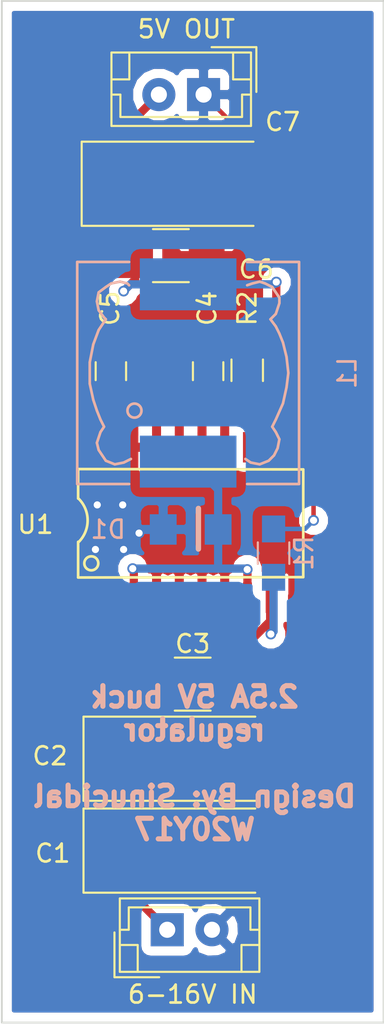
<source format=kicad_pcb>
(kicad_pcb (version 4) (host pcbnew 4.0.5)

  (general
    (links 38)
    (no_connects 0)
    (area 143.612399 71.628799 165.048401 128.777201)
    (thickness 1.6)
    (drawings 5)
    (tracks 111)
    (zones 0)
    (modules 14)
    (nets 9)
  )

  (page A4)
  (layers
    (0 F.Cu signal)
    (31 B.Cu signal)
    (32 B.Adhes user hide)
    (33 F.Adhes user hide)
    (34 B.Paste user hide)
    (35 F.Paste user hide)
    (36 B.SilkS user)
    (37 F.SilkS user)
    (38 B.Mask user)
    (39 F.Mask user)
    (40 Dwgs.User user hide)
    (41 Cmts.User user)
    (42 Eco1.User user hide)
    (43 Eco2.User user hide)
    (44 Edge.Cuts user)
    (45 Margin user hide)
    (46 B.CrtYd user hide)
    (47 F.CrtYd user hide)
    (48 B.Fab user)
    (49 F.Fab user)
  )

  (setup
    (last_trace_width 0.25)
    (trace_clearance 0.2)
    (zone_clearance 0.508)
    (zone_45_only no)
    (trace_min 0.2)
    (segment_width 0.2)
    (edge_width 0.1)
    (via_size 0.6)
    (via_drill 0.4)
    (via_min_size 0.4)
    (via_min_drill 0.3)
    (uvia_size 0.3)
    (uvia_drill 0.1)
    (uvias_allowed no)
    (uvia_min_size 0.2)
    (uvia_min_drill 0.1)
    (pcb_text_width 0.3)
    (pcb_text_size 1.5 1.5)
    (mod_edge_width 0.15)
    (mod_text_size 1 1)
    (mod_text_width 0.15)
    (pad_size 1.85 1.85)
    (pad_drill 0.9)
    (pad_to_mask_clearance 0)
    (aux_axis_origin 0 0)
    (visible_elements 7FFFF97F)
    (pcbplotparams
      (layerselection 0x3d0f0_80000001)
      (usegerberextensions false)
      (excludeedgelayer true)
      (linewidth 0.100000)
      (plotframeref false)
      (viasonmask false)
      (mode 1)
      (useauxorigin false)
      (hpglpennumber 1)
      (hpglpenspeed 20)
      (hpglpendiameter 15)
      (hpglpenoverlay 2)
      (psnegative false)
      (psa4output false)
      (plotreference true)
      (plotvalue true)
      (plotinvisibletext false)
      (padsonsilk false)
      (subtractmaskfromsilk false)
      (outputformat 1)
      (mirror false)
      (drillshape 0)
      (scaleselection 1)
      (outputdirectory ""))
  )

  (net 0 "")
  (net 1 VCC)
  (net 2 GND)
  (net 3 "Net-(C4-Pad2)")
  (net 4 "Net-(C5-Pad1)")
  (net 5 5v)
  (net 6 "Net-(D1-Pad1)")
  (net 7 "Net-(R1-Pad2)")
  (net 8 "Net-(R2-Pad1)")

  (net_class Default "This is the default net class."
    (clearance 0.2)
    (trace_width 0.25)
    (via_dia 0.6)
    (via_drill 0.4)
    (uvia_dia 0.3)
    (uvia_drill 0.1)
    (add_net GND)
    (add_net "Net-(C4-Pad2)")
    (add_net "Net-(C5-Pad1)")
    (add_net "Net-(R1-Pad2)")
    (add_net "Net-(R2-Pad1)")
  )

  (net_class power ""
    (clearance 0.4)
    (trace_width 0.46)
    (via_dia 0.6)
    (via_drill 0.4)
    (uvia_dia 0.3)
    (uvia_drill 0.1)
    (add_net 5v)
    (add_net "Net-(D1-Pad1)")
    (add_net VCC)
  )

  (module Capacitors_Tantalum_SMD:CP_Tantalum_Case-X_EIA-7343-43_Hand (layer F.Cu) (tedit 590DF680) (tstamp 590DE3A7)
    (at 154.178 119.126)
    (descr "Tantalum capacitor, Case X, EIA 7343-43, 7.3x4.2x4.0mm, Hand soldering footprint")
    (tags "capacitor tantalum smd")
    (path /590A1D9C)
    (attr smd)
    (fp_text reference C1 (at -7.6708 0.1524) (layer F.SilkS)
      (effects (font (size 1 1) (thickness 0.15)))
    )
    (fp_text value 22uF (at 0 3.85) (layer F.Fab) hide
      (effects (font (size 1 1) (thickness 0.15)))
    )
    (fp_line (start -6.05 -2.5) (end -6.05 2.5) (layer F.CrtYd) (width 0.05))
    (fp_line (start -6.05 2.5) (end 6.05 2.5) (layer F.CrtYd) (width 0.05))
    (fp_line (start 6.05 2.5) (end 6.05 -2.5) (layer F.CrtYd) (width 0.05))
    (fp_line (start 6.05 -2.5) (end -6.05 -2.5) (layer F.CrtYd) (width 0.05))
    (fp_line (start -3.65 -2.1) (end -3.65 2.1) (layer F.Fab) (width 0.1))
    (fp_line (start -3.65 2.1) (end 3.65 2.1) (layer F.Fab) (width 0.1))
    (fp_line (start 3.65 2.1) (end 3.65 -2.1) (layer F.Fab) (width 0.1))
    (fp_line (start 3.65 -2.1) (end -3.65 -2.1) (layer F.Fab) (width 0.1))
    (fp_line (start -2.92 -2.1) (end -2.92 2.1) (layer F.Fab) (width 0.1))
    (fp_line (start -2.555 -2.1) (end -2.555 2.1) (layer F.Fab) (width 0.1))
    (fp_line (start -5.95 -2.35) (end 3.65 -2.35) (layer F.SilkS) (width 0.12))
    (fp_line (start -5.95 2.35) (end 3.65 2.35) (layer F.SilkS) (width 0.12))
    (fp_line (start -5.95 -2.35) (end -5.95 2.35) (layer F.SilkS) (width 0.12))
    (pad 1 smd rect (at -3.775 0) (size 3.75 2.7) (layers F.Cu F.Paste F.Mask)
      (net 1 VCC))
    (pad 2 smd rect (at 3.775 0) (size 3.75 2.7) (layers F.Cu F.Paste F.Mask)
      (net 2 GND))
    (model Capacitors_Tantalum_SMD.3dshapes/CP_Tantalum_Case-X_EIA-7343-43.wrl
      (at (xyz 0 0 0))
      (scale (xyz 1 1 1))
      (rotate (xyz 0 0 0))
    )
  )

  (module Capacitors_Tantalum_SMD:CP_Tantalum_Case-X_EIA-7343-43_Hand (layer F.Cu) (tedit 590DF686) (tstamp 590DE3AD)
    (at 154.178 113.9952)
    (descr "Tantalum capacitor, Case X, EIA 7343-43, 7.3x4.2x4.0mm, Hand soldering footprint")
    (tags "capacitor tantalum smd")
    (path /590A1DF9)
    (attr smd)
    (fp_text reference C2 (at -7.8232 -0.1524) (layer F.SilkS)
      (effects (font (size 1 1) (thickness 0.15)))
    )
    (fp_text value 22uF (at 0 3.85) (layer F.Fab) hide
      (effects (font (size 1 1) (thickness 0.15)))
    )
    (fp_line (start -6.05 -2.5) (end -6.05 2.5) (layer F.CrtYd) (width 0.05))
    (fp_line (start -6.05 2.5) (end 6.05 2.5) (layer F.CrtYd) (width 0.05))
    (fp_line (start 6.05 2.5) (end 6.05 -2.5) (layer F.CrtYd) (width 0.05))
    (fp_line (start 6.05 -2.5) (end -6.05 -2.5) (layer F.CrtYd) (width 0.05))
    (fp_line (start -3.65 -2.1) (end -3.65 2.1) (layer F.Fab) (width 0.1))
    (fp_line (start -3.65 2.1) (end 3.65 2.1) (layer F.Fab) (width 0.1))
    (fp_line (start 3.65 2.1) (end 3.65 -2.1) (layer F.Fab) (width 0.1))
    (fp_line (start 3.65 -2.1) (end -3.65 -2.1) (layer F.Fab) (width 0.1))
    (fp_line (start -2.92 -2.1) (end -2.92 2.1) (layer F.Fab) (width 0.1))
    (fp_line (start -2.555 -2.1) (end -2.555 2.1) (layer F.Fab) (width 0.1))
    (fp_line (start -5.95 -2.35) (end 3.65 -2.35) (layer F.SilkS) (width 0.12))
    (fp_line (start -5.95 2.35) (end 3.65 2.35) (layer F.SilkS) (width 0.12))
    (fp_line (start -5.95 -2.35) (end -5.95 2.35) (layer F.SilkS) (width 0.12))
    (pad 1 smd rect (at -3.775 0) (size 3.75 2.7) (layers F.Cu F.Paste F.Mask)
      (net 1 VCC))
    (pad 2 smd rect (at 3.775 0) (size 3.75 2.7) (layers F.Cu F.Paste F.Mask)
      (net 2 GND))
    (model Capacitors_Tantalum_SMD.3dshapes/CP_Tantalum_Case-X_EIA-7343-43.wrl
      (at (xyz 0 0 0))
      (scale (xyz 1 1 1))
      (rotate (xyz 0 0 0))
    )
  )

  (module Capacitors_SMD:C_1210_HandSoldering (layer F.Cu) (tedit 590DF5F6) (tstamp 590DE3B3)
    (at 154.3304 109.8296)
    (descr "Capacitor SMD 1210, hand soldering")
    (tags "capacitor 1210")
    (path /590A1E40)
    (attr smd)
    (fp_text reference C3 (at 0 -2.25) (layer F.SilkS)
      (effects (font (size 1 1) (thickness 0.15)))
    )
    (fp_text value 0.1uF (at 0 2.5) (layer F.Fab) hide
      (effects (font (size 1 1) (thickness 0.15)))
    )
    (fp_text user %R (at 0 0) (layer F.Fab)
      (effects (font (size 0.75 0.75) (thickness 0.15)))
    )
    (fp_line (start -1.6 1.25) (end -1.6 -1.25) (layer F.Fab) (width 0.1))
    (fp_line (start 1.6 1.25) (end -1.6 1.25) (layer F.Fab) (width 0.1))
    (fp_line (start 1.6 -1.25) (end 1.6 1.25) (layer F.Fab) (width 0.1))
    (fp_line (start -1.6 -1.25) (end 1.6 -1.25) (layer F.Fab) (width 0.1))
    (fp_line (start 1 -1.48) (end -1 -1.48) (layer F.SilkS) (width 0.12))
    (fp_line (start -1 1.48) (end 1 1.48) (layer F.SilkS) (width 0.12))
    (fp_line (start -3.25 -1.5) (end 3.25 -1.5) (layer F.CrtYd) (width 0.05))
    (fp_line (start -3.25 -1.5) (end -3.25 1.5) (layer F.CrtYd) (width 0.05))
    (fp_line (start 3.25 1.5) (end 3.25 -1.5) (layer F.CrtYd) (width 0.05))
    (fp_line (start 3.25 1.5) (end -3.25 1.5) (layer F.CrtYd) (width 0.05))
    (pad 1 smd rect (at -2 0) (size 2 2.5) (layers F.Cu F.Paste F.Mask)
      (net 1 VCC))
    (pad 2 smd rect (at 2 0) (size 2 2.5) (layers F.Cu F.Paste F.Mask)
      (net 2 GND))
    (model Capacitors_SMD.3dshapes/C_1210.wrl
      (at (xyz 0 0 0))
      (scale (xyz 1 1 1))
      (rotate (xyz 0 0 0))
    )
  )

  (module Capacitors_SMD:C_0805_HandSoldering (layer F.Cu) (tedit 590DEEDB) (tstamp 590DE3B9)
    (at 155.194 92.3544 90)
    (descr "Capacitor SMD 0805, hand soldering")
    (tags "capacitor 0805")
    (path /590A24F6)
    (attr smd)
    (fp_text reference C4 (at 3.5052 -0.0508 90) (layer F.SilkS)
      (effects (font (size 1 1) (thickness 0.15)))
    )
    (fp_text value 10nF (at 0 1.75 90) (layer F.Fab) hide
      (effects (font (size 1 1) (thickness 0.15)))
    )
    (fp_text user %R (at 0 0 90) (layer F.Fab)
      (effects (font (size 0.5 0.5) (thickness 0.075)))
    )
    (fp_line (start -1 0.62) (end -1 -0.62) (layer F.Fab) (width 0.1))
    (fp_line (start 1 0.62) (end -1 0.62) (layer F.Fab) (width 0.1))
    (fp_line (start 1 -0.62) (end 1 0.62) (layer F.Fab) (width 0.1))
    (fp_line (start -1 -0.62) (end 1 -0.62) (layer F.Fab) (width 0.1))
    (fp_line (start 0.5 -0.85) (end -0.5 -0.85) (layer F.SilkS) (width 0.12))
    (fp_line (start -0.5 0.85) (end 0.5 0.85) (layer F.SilkS) (width 0.12))
    (fp_line (start -2.25 -0.88) (end 2.25 -0.88) (layer F.CrtYd) (width 0.05))
    (fp_line (start -2.25 -0.88) (end -2.25 0.87) (layer F.CrtYd) (width 0.05))
    (fp_line (start 2.25 0.87) (end 2.25 -0.88) (layer F.CrtYd) (width 0.05))
    (fp_line (start 2.25 0.87) (end -2.25 0.87) (layer F.CrtYd) (width 0.05))
    (pad 1 smd rect (at -1.25 0 90) (size 1.5 1.25) (layers F.Cu F.Paste F.Mask)
      (net 2 GND))
    (pad 2 smd rect (at 1.25 0 90) (size 1.5 1.25) (layers F.Cu F.Paste F.Mask)
      (net 3 "Net-(C4-Pad2)"))
    (model Capacitors_SMD.3dshapes/C_0805.wrl
      (at (xyz 0 0 0))
      (scale (xyz 1 1 1))
      (rotate (xyz 0 0 0))
    )
  )

  (module Capacitors_SMD:C_0805_HandSoldering (layer F.Cu) (tedit 590DEF05) (tstamp 590DE3BF)
    (at 149.7584 92.3544 90)
    (descr "Capacitor SMD 0805, hand soldering")
    (tags "capacitor 0805")
    (path /590A248C)
    (attr smd)
    (fp_text reference C5 (at 3.5052 -0.0508 90) (layer F.SilkS)
      (effects (font (size 1 1) (thickness 0.15)))
    )
    (fp_text value 0.01uF (at 0 1.75 90) (layer F.Fab) hide
      (effects (font (size 1 1) (thickness 0.15)))
    )
    (fp_text user %R (at 0 0.0508 90) (layer F.Fab)
      (effects (font (size 0.5 0.5) (thickness 0.075)))
    )
    (fp_line (start -1 0.62) (end -1 -0.62) (layer F.Fab) (width 0.1))
    (fp_line (start 1 0.62) (end -1 0.62) (layer F.Fab) (width 0.1))
    (fp_line (start 1 -0.62) (end 1 0.62) (layer F.Fab) (width 0.1))
    (fp_line (start -1 -0.62) (end 1 -0.62) (layer F.Fab) (width 0.1))
    (fp_line (start 0.5 -0.85) (end -0.5 -0.85) (layer F.SilkS) (width 0.12))
    (fp_line (start -0.5 0.85) (end 0.5 0.85) (layer F.SilkS) (width 0.12))
    (fp_line (start -2.25 -0.88) (end 2.25 -0.88) (layer F.CrtYd) (width 0.05))
    (fp_line (start -2.25 -0.88) (end -2.25 0.87) (layer F.CrtYd) (width 0.05))
    (fp_line (start 2.25 0.87) (end 2.25 -0.88) (layer F.CrtYd) (width 0.05))
    (fp_line (start 2.25 0.87) (end -2.25 0.87) (layer F.CrtYd) (width 0.05))
    (pad 1 smd rect (at -1.25 0 90) (size 1.5 1.25) (layers F.Cu F.Paste F.Mask)
      (net 4 "Net-(C5-Pad1)"))
    (pad 2 smd rect (at 1.25 0 90) (size 1.5 1.25) (layers F.Cu F.Paste F.Mask)
      (net 2 GND))
    (model Capacitors_SMD.3dshapes/C_0805.wrl
      (at (xyz 0 0 0))
      (scale (xyz 1 1 1))
      (rotate (xyz 0 0 0))
    )
  )

  (module Capacitors_SMD:C_1210_HandSoldering (layer F.Cu) (tedit 590DF708) (tstamp 590DE3C5)
    (at 153.1112 85.9028)
    (descr "Capacitor SMD 1210, hand soldering")
    (tags "capacitor 1210")
    (path /590A2A54)
    (attr smd)
    (fp_text reference C6 (at 4.7752 0.762) (layer F.SilkS)
      (effects (font (size 1 1) (thickness 0.15)))
    )
    (fp_text value 220uF (at 0 2.5) (layer F.Fab) hide
      (effects (font (size 1 1) (thickness 0.15)))
    )
    (fp_text user %R (at 0.0508 0.0508) (layer F.Fab)
      (effects (font (size 0.75 0.75) (thickness 0.15)))
    )
    (fp_line (start -1.6 1.25) (end -1.6 -1.25) (layer F.Fab) (width 0.1))
    (fp_line (start 1.6 1.25) (end -1.6 1.25) (layer F.Fab) (width 0.1))
    (fp_line (start 1.6 -1.25) (end 1.6 1.25) (layer F.Fab) (width 0.1))
    (fp_line (start -1.6 -1.25) (end 1.6 -1.25) (layer F.Fab) (width 0.1))
    (fp_line (start 1 -1.48) (end -1 -1.48) (layer F.SilkS) (width 0.12))
    (fp_line (start -1 1.48) (end 1 1.48) (layer F.SilkS) (width 0.12))
    (fp_line (start -3.25 -1.5) (end 3.25 -1.5) (layer F.CrtYd) (width 0.05))
    (fp_line (start -3.25 -1.5) (end -3.25 1.5) (layer F.CrtYd) (width 0.05))
    (fp_line (start 3.25 1.5) (end 3.25 -1.5) (layer F.CrtYd) (width 0.05))
    (fp_line (start 3.25 1.5) (end -3.25 1.5) (layer F.CrtYd) (width 0.05))
    (pad 1 smd rect (at -2 0) (size 2 2.5) (layers F.Cu F.Paste F.Mask)
      (net 5 5v))
    (pad 2 smd rect (at 2 0) (size 2 2.5) (layers F.Cu F.Paste F.Mask)
      (net 2 GND))
    (model Capacitors_SMD.3dshapes/C_1210.wrl
      (at (xyz 0 0 0))
      (scale (xyz 1 1 1))
      (rotate (xyz 0 0 0))
    )
  )

  (module Capacitors_Tantalum_SMD:CP_Tantalum_Case-X_EIA-7343-43_Hand (layer F.Cu) (tedit 590DF753) (tstamp 590DE3CB)
    (at 154.0764 81.8896)
    (descr "Tantalum capacitor, Case X, EIA 7343-43, 7.3x4.2x4.0mm, Hand soldering footprint")
    (tags "capacitor tantalum smd")
    (path /590A2A8D)
    (attr smd)
    (fp_text reference C7 (at 5.2832 -3.4544) (layer F.SilkS)
      (effects (font (size 1 1) (thickness 0.15)))
    )
    (fp_text value 220uF (at 0 3.85) (layer F.Fab) hide
      (effects (font (size 1 1) (thickness 0.15)))
    )
    (fp_line (start -6.05 -2.5) (end -6.05 2.5) (layer F.CrtYd) (width 0.05))
    (fp_line (start -6.05 2.5) (end 6.05 2.5) (layer F.CrtYd) (width 0.05))
    (fp_line (start 6.05 2.5) (end 6.05 -2.5) (layer F.CrtYd) (width 0.05))
    (fp_line (start 6.05 -2.5) (end -6.05 -2.5) (layer F.CrtYd) (width 0.05))
    (fp_line (start -3.65 -2.1) (end -3.65 2.1) (layer F.Fab) (width 0.1))
    (fp_line (start -3.65 2.1) (end 3.65 2.1) (layer F.Fab) (width 0.1))
    (fp_line (start 3.65 2.1) (end 3.65 -2.1) (layer F.Fab) (width 0.1))
    (fp_line (start 3.65 -2.1) (end -3.65 -2.1) (layer F.Fab) (width 0.1))
    (fp_line (start -2.92 -2.1) (end -2.92 2.1) (layer F.Fab) (width 0.1))
    (fp_line (start -2.555 -2.1) (end -2.555 2.1) (layer F.Fab) (width 0.1))
    (fp_line (start -5.95 -2.35) (end 3.65 -2.35) (layer F.SilkS) (width 0.12))
    (fp_line (start -5.95 2.35) (end 3.65 2.35) (layer F.SilkS) (width 0.12))
    (fp_line (start -5.95 -2.35) (end -5.95 2.35) (layer F.SilkS) (width 0.12))
    (pad 1 smd rect (at -3.775 0) (size 3.75 2.7) (layers F.Cu F.Paste F.Mask)
      (net 5 5v))
    (pad 2 smd rect (at 3.775 0) (size 3.75 2.7) (layers F.Cu F.Paste F.Mask)
      (net 2 GND))
    (model Capacitors_Tantalum_SMD.3dshapes/CP_Tantalum_Case-X_EIA-7343-43.wrl
      (at (xyz 0 0 0))
      (scale (xyz 1 1 1))
      (rotate (xyz 0 0 0))
    )
  )

  (module "kicad footprints:DO-214AC" (layer B.Cu) (tedit 590DF196) (tstamp 590DE3D1)
    (at 155.7528 101.1936 180)
    (path /590A29B0)
    (fp_text reference D1 (at 6.1468 0 180) (layer B.SilkS)
      (effects (font (size 1 1) (thickness 0.15)) (justify mirror))
    )
    (fp_text value FM5817 (at 1.3716 1.96088 180) (layer B.Fab) hide
      (effects (font (size 1 1) (thickness 0.15)) (justify mirror))
    )
    (fp_line (start 1.10236 1.17348) (end 1.10236 -1.0922) (layer B.SilkS) (width 0.3))
    (pad 1 smd rect (at 0 0 180) (size 1.5 1.7) (layers B.Cu B.Paste B.Mask)
      (net 6 "Net-(D1-Pad1)"))
    (pad 2 smd rect (at 3.07 0 180) (size 1.5 1.7) (layers B.Cu B.Paste B.Mask)
      (net 2 GND))
  )

  (module Choke_SMD:Choke_SMD_12x12mm_h6mm (layer B.Cu) (tedit 590DEF43) (tstamp 590DE3D7)
    (at 154.0764 92.456 90)
    (descr "Choke, SMD, 12x12mm 6mm height")
    (tags "Choke, SMD")
    (path /590A2A02)
    (attr smd)
    (fp_text reference L1 (at 0 8.89 90) (layer B.SilkS)
      (effects (font (size 1 1) (thickness 0.15)) (justify mirror))
    )
    (fp_text value 47uH (at 0 -8.89 90) (layer B.Fab) hide
      (effects (font (size 1 1) (thickness 0.15)) (justify mirror))
    )
    (fp_line (start -6.858 6.604) (end 6.858 6.604) (layer B.CrtYd) (width 0.05))
    (fp_line (start 6.858 6.604) (end 6.858 -6.604) (layer B.CrtYd) (width 0.05))
    (fp_line (start 6.858 -6.604) (end -6.858 -6.604) (layer B.CrtYd) (width 0.05))
    (fp_line (start -6.858 -6.604) (end -6.858 6.604) (layer B.CrtYd) (width 0.05))
    (fp_circle (center 0 0) (end 0.89916 0) (layer B.Adhes) (width 0.381))
    (fp_circle (center 0 0) (end 0.55118 0) (layer B.Adhes) (width 0.381))
    (fp_circle (center 0 0) (end 0.14986 -0.14986) (layer B.Adhes) (width 0.381))
    (fp_circle (center -2.10058 -2.99974) (end -1.80086 -3.2512) (layer B.SilkS) (width 0.15))
    (fp_line (start 4.89966 -3.29946) (end 5.00126 -3.40106) (layer B.SilkS) (width 0.15))
    (fp_line (start 5.00126 -3.40106) (end 5.10032 -3.79984) (layer B.SilkS) (width 0.15))
    (fp_line (start 5.10032 -3.79984) (end 5.00126 -4.30022) (layer B.SilkS) (width 0.15))
    (fp_line (start 5.00126 -4.30022) (end 4.8006 -4.59994) (layer B.SilkS) (width 0.15))
    (fp_line (start 4.8006 -4.59994) (end 4.50088 -5.00126) (layer B.SilkS) (width 0.15))
    (fp_line (start 4.50088 -5.00126) (end 4.0005 -5.10032) (layer B.SilkS) (width 0.15))
    (fp_line (start 4.0005 -5.10032) (end 3.50012 -5.00126) (layer B.SilkS) (width 0.15))
    (fp_line (start 3.50012 -5.00126) (end 3.0988 -4.699) (layer B.SilkS) (width 0.15))
    (fp_line (start 3.0988 -4.699) (end 2.99974 -4.59994) (layer B.SilkS) (width 0.15))
    (fp_line (start 2.99974 -4.59994) (end 2.4003 -5.00126) (layer B.SilkS) (width 0.15))
    (fp_line (start 2.4003 -5.00126) (end 1.6002 -5.30098) (layer B.SilkS) (width 0.15))
    (fp_line (start 1.6002 -5.30098) (end 0.59944 -5.4991) (layer B.SilkS) (width 0.15))
    (fp_line (start 0.59944 -5.4991) (end -0.59944 -5.4991) (layer B.SilkS) (width 0.15))
    (fp_line (start -0.59944 -5.4991) (end -1.50114 -5.30098) (layer B.SilkS) (width 0.15))
    (fp_line (start -1.50114 -5.30098) (end -2.10058 -5.10032) (layer B.SilkS) (width 0.15))
    (fp_line (start -2.10058 -5.10032) (end -2.60096 -4.89966) (layer B.SilkS) (width 0.15))
    (fp_line (start -2.60096 -4.89966) (end -2.99974 -4.699) (layer B.SilkS) (width 0.15))
    (fp_line (start -2.99974 -4.699) (end -3.29946 -4.89966) (layer B.SilkS) (width 0.15))
    (fp_line (start -3.29946 -4.89966) (end -3.8989 -5.10032) (layer B.SilkS) (width 0.15))
    (fp_line (start -3.8989 -5.10032) (end -4.30022 -5.00126) (layer B.SilkS) (width 0.15))
    (fp_line (start -4.30022 -5.00126) (end -4.59994 -4.8006) (layer B.SilkS) (width 0.15))
    (fp_line (start -4.59994 -4.8006) (end -4.89966 -4.59994) (layer B.SilkS) (width 0.15))
    (fp_line (start -4.89966 -4.59994) (end -5.10032 -4.09956) (layer B.SilkS) (width 0.15))
    (fp_line (start -5.10032 -4.09956) (end -5.00126 -3.59918) (layer B.SilkS) (width 0.15))
    (fp_line (start -5.00126 -3.59918) (end -4.8006 -3.2004) (layer B.SilkS) (width 0.15))
    (fp_line (start 4.89966 3.29946) (end 5.00126 3.59918) (layer B.SilkS) (width 0.15))
    (fp_line (start 5.00126 3.59918) (end 5.10032 4.0005) (layer B.SilkS) (width 0.15))
    (fp_line (start 5.10032 4.0005) (end 5.00126 4.30022) (layer B.SilkS) (width 0.15))
    (fp_line (start 5.00126 4.30022) (end 4.8006 4.699) (layer B.SilkS) (width 0.15))
    (fp_line (start 4.8006 4.699) (end 4.50088 4.89966) (layer B.SilkS) (width 0.15))
    (fp_line (start 4.50088 4.89966) (end 4.20116 5.10032) (layer B.SilkS) (width 0.15))
    (fp_line (start 4.20116 5.10032) (end 3.8989 5.10032) (layer B.SilkS) (width 0.15))
    (fp_line (start 3.8989 5.10032) (end 3.59918 5.00126) (layer B.SilkS) (width 0.15))
    (fp_line (start 3.59918 5.00126) (end 3.29946 4.89966) (layer B.SilkS) (width 0.15))
    (fp_line (start 3.29946 4.89966) (end 2.99974 4.59994) (layer B.SilkS) (width 0.15))
    (fp_line (start 2.99974 4.59994) (end 2.60096 4.89966) (layer B.SilkS) (width 0.15))
    (fp_line (start 2.60096 4.89966) (end 2.19964 5.10032) (layer B.SilkS) (width 0.15))
    (fp_line (start 2.19964 5.10032) (end 1.69926 5.30098) (layer B.SilkS) (width 0.15))
    (fp_line (start 1.69926 5.30098) (end 0.89916 5.4991) (layer B.SilkS) (width 0.15))
    (fp_line (start 0.89916 5.4991) (end 0 5.6007) (layer B.SilkS) (width 0.15))
    (fp_line (start 0 5.6007) (end -0.8001 5.4991) (layer B.SilkS) (width 0.15))
    (fp_line (start -0.8001 5.4991) (end -1.69926 5.30098) (layer B.SilkS) (width 0.15))
    (fp_line (start -1.69926 5.30098) (end -2.60096 4.89966) (layer B.SilkS) (width 0.15))
    (fp_line (start -2.60096 4.89966) (end -2.99974 4.699) (layer B.SilkS) (width 0.15))
    (fp_line (start -2.99974 4.699) (end -3.29946 4.89966) (layer B.SilkS) (width 0.15))
    (fp_line (start -3.29946 4.89966) (end -3.70078 5.10032) (layer B.SilkS) (width 0.15))
    (fp_line (start -3.70078 5.10032) (end -4.20116 5.00126) (layer B.SilkS) (width 0.15))
    (fp_line (start -4.20116 5.00126) (end -4.59994 4.8006) (layer B.SilkS) (width 0.15))
    (fp_line (start -4.59994 4.8006) (end -4.89966 4.50088) (layer B.SilkS) (width 0.15))
    (fp_line (start -4.89966 4.50088) (end -5.10032 4.0005) (layer B.SilkS) (width 0.15))
    (fp_line (start -5.10032 4.0005) (end -5.00126 3.50012) (layer B.SilkS) (width 0.15))
    (fp_line (start -5.00126 3.50012) (end -4.8006 3.2004) (layer B.SilkS) (width 0.15))
    (fp_line (start -6.20014 -3.29946) (end -6.20014 -6.20014) (layer B.SilkS) (width 0.15))
    (fp_line (start -6.20014 -6.20014) (end 6.20014 -6.20014) (layer B.SilkS) (width 0.15))
    (fp_line (start 6.20014 -6.20014) (end 6.20014 -3.29946) (layer B.SilkS) (width 0.15))
    (fp_line (start 6.20014 6.20014) (end -6.20014 6.20014) (layer B.SilkS) (width 0.15))
    (fp_line (start -6.20014 6.20014) (end -6.20014 3.29946) (layer B.SilkS) (width 0.15))
    (fp_line (start 6.20014 6.20014) (end 6.20014 3.29946) (layer B.SilkS) (width 0.15))
    (pad 1 smd rect (at -4.95046 0 90) (size 2.90068 5.40004) (layers B.Cu B.Paste B.Mask)
      (net 6 "Net-(D1-Pad1)"))
    (pad 2 smd rect (at 4.95046 0 90) (size 2.90068 5.40004) (layers B.Cu B.Paste B.Mask)
      (net 5 5v))
    (model Choke_SMD.3dshapes/Choke_SMD_12x12mm_h6mm.wrl
      (at (xyz 0 0 0))
      (scale (xyz 4 4 4))
      (rotate (xyz 0 0 0))
    )
  )

  (module Connectors_JST:JST_EH_B02B-EH-A_02x2.50mm_Straight (layer F.Cu) (tedit 590F3367) (tstamp 590DE3DD)
    (at 152.908 123.5456)
    (descr "JST EH series connector, B02B-EH-A, 2.50mm pitch, top entry")
    (tags "connector jst eh top vertical straight")
    (path /590A1780)
    (fp_text reference "6-16V IN" (at 1.4224 3.6068) (layer F.SilkS)
      (effects (font (size 1 1) (thickness 0.15)))
    )
    (fp_text value input_conn (at 1.25 3.5) (layer F.Fab) hide
      (effects (font (size 1 1) (thickness 0.15)))
    )
    (fp_text user %R (at 1.25 -3) (layer F.Fab) hide
      (effects (font (size 1 1) (thickness 0.15)))
    )
    (fp_line (start -2.5 -1.6) (end -2.5 2.2) (layer F.Fab) (width 0.1))
    (fp_line (start -2.5 2.2) (end 5 2.2) (layer F.Fab) (width 0.1))
    (fp_line (start 5 2.2) (end 5 -1.6) (layer F.Fab) (width 0.1))
    (fp_line (start 5 -1.6) (end -2.5 -1.6) (layer F.Fab) (width 0.1))
    (fp_line (start -2.65 -1.75) (end -2.65 2.35) (layer F.SilkS) (width 0.12))
    (fp_line (start -2.65 2.35) (end 5.15 2.35) (layer F.SilkS) (width 0.12))
    (fp_line (start 5.15 2.35) (end 5.15 -1.75) (layer F.SilkS) (width 0.12))
    (fp_line (start 5.15 -1.75) (end -2.65 -1.75) (layer F.SilkS) (width 0.12))
    (fp_line (start -2.65 0) (end -2.15 0) (layer F.SilkS) (width 0.12))
    (fp_line (start -2.15 0) (end -2.15 -1.25) (layer F.SilkS) (width 0.12))
    (fp_line (start -2.15 -1.25) (end 4.65 -1.25) (layer F.SilkS) (width 0.12))
    (fp_line (start 4.65 -1.25) (end 4.65 0) (layer F.SilkS) (width 0.12))
    (fp_line (start 4.65 0) (end 5.15 0) (layer F.SilkS) (width 0.12))
    (fp_line (start -2.65 0.85) (end -1.65 0.85) (layer F.SilkS) (width 0.12))
    (fp_line (start -1.65 0.85) (end -1.65 2.35) (layer F.SilkS) (width 0.12))
    (fp_line (start 5.15 0.85) (end 4.15 0.85) (layer F.SilkS) (width 0.12))
    (fp_line (start 4.15 0.85) (end 4.15 2.35) (layer F.SilkS) (width 0.12))
    (fp_line (start -2.95 0.15) (end -2.95 2.65) (layer F.SilkS) (width 0.12))
    (fp_line (start -2.95 2.65) (end -0.45 2.65) (layer F.SilkS) (width 0.12))
    (fp_line (start -2.95 0.15) (end -2.95 2.65) (layer F.Fab) (width 0.1))
    (fp_line (start -2.95 2.65) (end -0.45 2.65) (layer F.Fab) (width 0.1))
    (fp_line (start -3.15 -2.25) (end -3.15 2.85) (layer F.CrtYd) (width 0.05))
    (fp_line (start -3.15 2.85) (end 5.65 2.85) (layer F.CrtYd) (width 0.05))
    (fp_line (start 5.65 2.85) (end 5.65 -2.25) (layer F.CrtYd) (width 0.05))
    (fp_line (start 5.65 -2.25) (end -3.15 -2.25) (layer F.CrtYd) (width 0.05))
    (pad 1 thru_hole rect (at 0 0) (size 1.85 1.85) (drill 0.9) (layers *.Cu *.Mask)
      (net 1 VCC))
    (pad 2 thru_hole circle (at 2.5 0) (size 1.85 1.85) (drill 0.9) (layers *.Cu *.Mask)
      (net 2 GND))
    (model Connectors_JST.3dshapes/JST_EH_B02B-EH-A_02x2.50mm_Straight.wrl
      (at (xyz 0 0 0))
      (scale (xyz 1 1 1))
      (rotate (xyz 0 0 0))
    )
  )

  (module Connectors_JST:JST_EH_B02B-EH-A_02x2.50mm_Straight (layer F.Cu) (tedit 590EF18D) (tstamp 590DE3E3)
    (at 154.94 76.9112 180)
    (descr "JST EH series connector, B02B-EH-A, 2.50mm pitch, top entry")
    (tags "connector jst eh top vertical straight")
    (path /590A30CB)
    (fp_text reference "5V OUT" (at 0.9652 3.6576 180) (layer F.SilkS)
      (effects (font (size 1 1) (thickness 0.15)))
    )
    (fp_text value ouput_conn (at 1.25 3.5 180) (layer F.Fab) hide
      (effects (font (size 1 1) (thickness 0.15)))
    )
    (fp_text user %R (at 1.25 -3 180) (layer F.Fab) hide
      (effects (font (size 1 1) (thickness 0.15)))
    )
    (fp_line (start -2.5 -1.6) (end -2.5 2.2) (layer F.Fab) (width 0.1))
    (fp_line (start -2.5 2.2) (end 5 2.2) (layer F.Fab) (width 0.1))
    (fp_line (start 5 2.2) (end 5 -1.6) (layer F.Fab) (width 0.1))
    (fp_line (start 5 -1.6) (end -2.5 -1.6) (layer F.Fab) (width 0.1))
    (fp_line (start -2.65 -1.75) (end -2.65 2.35) (layer F.SilkS) (width 0.12))
    (fp_line (start -2.65 2.35) (end 5.15 2.35) (layer F.SilkS) (width 0.12))
    (fp_line (start 5.15 2.35) (end 5.15 -1.75) (layer F.SilkS) (width 0.12))
    (fp_line (start 5.15 -1.75) (end -2.65 -1.75) (layer F.SilkS) (width 0.12))
    (fp_line (start -2.65 0) (end -2.15 0) (layer F.SilkS) (width 0.12))
    (fp_line (start -2.15 0) (end -2.15 -1.25) (layer F.SilkS) (width 0.12))
    (fp_line (start -2.15 -1.25) (end 4.65 -1.25) (layer F.SilkS) (width 0.12))
    (fp_line (start 4.65 -1.25) (end 4.65 0) (layer F.SilkS) (width 0.12))
    (fp_line (start 4.65 0) (end 5.15 0) (layer F.SilkS) (width 0.12))
    (fp_line (start -2.65 0.85) (end -1.65 0.85) (layer F.SilkS) (width 0.12))
    (fp_line (start -1.65 0.85) (end -1.65 2.35) (layer F.SilkS) (width 0.12))
    (fp_line (start 5.15 0.85) (end 4.15 0.85) (layer F.SilkS) (width 0.12))
    (fp_line (start 4.15 0.85) (end 4.15 2.35) (layer F.SilkS) (width 0.12))
    (fp_line (start -2.95 0.15) (end -2.95 2.65) (layer F.SilkS) (width 0.12))
    (fp_line (start -2.95 2.65) (end -0.45 2.65) (layer F.SilkS) (width 0.12))
    (fp_line (start -2.95 0.15) (end -2.95 2.65) (layer F.Fab) (width 0.1))
    (fp_line (start -2.95 2.65) (end -0.45 2.65) (layer F.Fab) (width 0.1))
    (fp_line (start -3.15 -2.25) (end -3.15 2.85) (layer F.CrtYd) (width 0.05))
    (fp_line (start -3.15 2.85) (end 5.65 2.85) (layer F.CrtYd) (width 0.05))
    (fp_line (start 5.65 2.85) (end 5.65 -2.25) (layer F.CrtYd) (width 0.05))
    (fp_line (start 5.65 -2.25) (end -3.15 -2.25) (layer F.CrtYd) (width 0.05))
    (pad 1 thru_hole rect (at 0 0 180) (size 1.85 1.85) (drill 0.9) (layers *.Cu *.Mask)
      (net 2 GND))
    (pad 2 thru_hole circle (at 2.5 0 180) (size 1.85 1.85) (drill 0.9) (layers *.Cu *.Mask)
      (net 5 5v))
    (model Connectors_JST.3dshapes/JST_EH_B02B-EH-A_02x2.50mm_Straight.wrl
      (at (xyz 0 0 0))
      (scale (xyz 1 1 1))
      (rotate (xyz 0 0 0))
    )
  )

  (module Resistors_SMD:R_0805_HandSoldering (layer B.Cu) (tedit 590DF4FA) (tstamp 590DE3E9)
    (at 158.8516 102.5144 90)
    (descr "Resistor SMD 0805, hand soldering")
    (tags "resistor 0805")
    (path /590A1EBC)
    (attr smd)
    (fp_text reference R1 (at 0 1.7 90) (layer B.SilkS)
      (effects (font (size 1 1) (thickness 0.15)) (justify mirror))
    )
    (fp_text value 20k (at 0 -1.75 90) (layer B.Fab) hide
      (effects (font (size 1 1) (thickness 0.15)) (justify mirror))
    )
    (fp_text user %R (at 0 0 90) (layer B.Fab)
      (effects (font (size 0.5 0.5) (thickness 0.075)) (justify mirror))
    )
    (fp_line (start -1 -0.62) (end -1 0.62) (layer B.Fab) (width 0.1))
    (fp_line (start 1 -0.62) (end -1 -0.62) (layer B.Fab) (width 0.1))
    (fp_line (start 1 0.62) (end 1 -0.62) (layer B.Fab) (width 0.1))
    (fp_line (start -1 0.62) (end 1 0.62) (layer B.Fab) (width 0.1))
    (fp_line (start 0.6 -0.88) (end -0.6 -0.88) (layer B.SilkS) (width 0.12))
    (fp_line (start -0.6 0.88) (end 0.6 0.88) (layer B.SilkS) (width 0.12))
    (fp_line (start -2.35 0.9) (end 2.35 0.9) (layer B.CrtYd) (width 0.05))
    (fp_line (start -2.35 0.9) (end -2.35 -0.9) (layer B.CrtYd) (width 0.05))
    (fp_line (start 2.35 -0.9) (end 2.35 0.9) (layer B.CrtYd) (width 0.05))
    (fp_line (start 2.35 -0.9) (end -2.35 -0.9) (layer B.CrtYd) (width 0.05))
    (pad 1 smd rect (at -1.35 0 90) (size 1.5 1.3) (layers B.Cu B.Paste B.Mask)
      (net 1 VCC))
    (pad 2 smd rect (at 1.35 0 90) (size 1.5 1.3) (layers B.Cu B.Paste B.Mask)
      (net 7 "Net-(R1-Pad2)"))
    (model ${KISYS3DMOD}/Resistors_SMD.3dshapes/R_0805.wrl
      (at (xyz 0 0 0))
      (scale (xyz 1 1 1))
      (rotate (xyz 0 0 0))
    )
  )

  (module Resistors_SMD:R_0805_HandSoldering (layer F.Cu) (tedit 590DEEC9) (tstamp 590DE3EF)
    (at 157.3784 92.3036 90)
    (descr "Resistor SMD 0805, hand soldering")
    (tags "resistor 0805")
    (path /590A24CF)
    (attr smd)
    (fp_text reference R2 (at 3.4544 0 90) (layer F.SilkS)
      (effects (font (size 1 1) (thickness 0.15)))
    )
    (fp_text value 15k (at 0 1.75 90) (layer F.Fab) hide
      (effects (font (size 1 1) (thickness 0.15)))
    )
    (fp_text user %R (at 0 0 90) (layer F.Fab)
      (effects (font (size 0.5 0.5) (thickness 0.075)))
    )
    (fp_line (start -1 0.62) (end -1 -0.62) (layer F.Fab) (width 0.1))
    (fp_line (start 1 0.62) (end -1 0.62) (layer F.Fab) (width 0.1))
    (fp_line (start 1 -0.62) (end 1 0.62) (layer F.Fab) (width 0.1))
    (fp_line (start -1 -0.62) (end 1 -0.62) (layer F.Fab) (width 0.1))
    (fp_line (start 0.6 0.88) (end -0.6 0.88) (layer F.SilkS) (width 0.12))
    (fp_line (start -0.6 -0.88) (end 0.6 -0.88) (layer F.SilkS) (width 0.12))
    (fp_line (start -2.35 -0.9) (end 2.35 -0.9) (layer F.CrtYd) (width 0.05))
    (fp_line (start -2.35 -0.9) (end -2.35 0.9) (layer F.CrtYd) (width 0.05))
    (fp_line (start 2.35 0.9) (end 2.35 -0.9) (layer F.CrtYd) (width 0.05))
    (fp_line (start 2.35 0.9) (end -2.35 0.9) (layer F.CrtYd) (width 0.05))
    (pad 1 smd rect (at -1.35 0 90) (size 1.5 1.3) (layers F.Cu F.Paste F.Mask)
      (net 8 "Net-(R2-Pad1)"))
    (pad 2 smd rect (at 1.35 0 90) (size 1.5 1.3) (layers F.Cu F.Paste F.Mask)
      (net 3 "Net-(C4-Pad2)"))
    (model ${KISYS3DMOD}/Resistors_SMD.3dshapes/R_0805.wrl
      (at (xyz 0 0 0))
      (scale (xyz 1 1 1))
      (rotate (xyz 0 0 0))
    )
  )

  (module "kicad footprints:WSOIC-20" (layer F.Cu) (tedit 5909F485) (tstamp 590DE407)
    (at 148.5011 105.0036)
    (path /590A1D25)
    (fp_text reference U1 (at -2.96164 -4.08432) (layer F.SilkS)
      (effects (font (size 1 1) (thickness 0.15)))
    )
    (fp_text value MIC2178-5.0BWM (at 5.5626 -4.19608) (layer F.Fab) hide
      (effects (font (size 1 1) (thickness 0.15)))
    )
    (fp_line (start -0.57404 -1.12776) (end -0.57404 -3.11912) (layer F.SilkS) (width 0.15))
    (fp_line (start -0.57404 -7.1628) (end -0.57404 -5.5372) (layer F.SilkS) (width 0.15))
    (fp_circle (center 0.16256 -1.92024) (end 0.46736 -2.16408) (layer F.SilkS) (width 0.15))
    (fp_arc (start -1.7526 -4.318) (end -0.55372 -5.5372) (angle 90) (layer F.SilkS) (width 0.15))
    (fp_line (start -0.57404 -7.18312) (end 12.00912 -7.1628) (layer F.SilkS) (width 0.15))
    (fp_line (start 12.00912 -7.1628) (end 12.00912 -1.14808) (layer F.SilkS) (width 0.15))
    (fp_line (start 12.00912 -1.14808) (end -0.57404 -1.12776) (layer F.SilkS) (width 0.15))
    (pad 1 smd rect (at 0 0) (size 0.5 1.7) (layers F.Cu F.Paste F.Mask)
      (net 1 VCC))
    (pad 2 smd rect (at 1.27 0) (size 0.5 1.7) (layers F.Cu F.Paste F.Mask)
      (net 1 VCC))
    (pad 3 smd rect (at 2.54 0) (size 0.5 1.7) (layers F.Cu F.Paste F.Mask)
      (net 6 "Net-(D1-Pad1)"))
    (pad 4 smd rect (at 3.81 0) (size 0.5 1.7) (layers F.Cu F.Paste F.Mask)
      (net 2 GND))
    (pad 5 smd rect (at 5.08 0) (size 0.5 1.7) (layers F.Cu F.Paste F.Mask)
      (net 2 GND))
    (pad 6 smd rect (at 6.35 0) (size 0.5 1.7) (layers F.Cu F.Paste F.Mask)
      (net 2 GND))
    (pad 7 smd rect (at 7.62 0) (size 0.5 1.7) (layers F.Cu F.Paste F.Mask)
      (net 2 GND))
    (pad 8 smd rect (at 8.89 0) (size 0.5 1.7) (layers F.Cu F.Paste F.Mask)
      (net 6 "Net-(D1-Pad1)"))
    (pad 9 smd rect (at 10.16 0) (size 0.5 1.7) (layers F.Cu F.Paste F.Mask)
      (net 1 VCC))
    (pad 10 smd rect (at 11.43 0) (size 0.5 1.7) (layers F.Cu F.Paste F.Mask)
      (net 2 GND))
    (pad 11 smd rect (at 11.43 -8.4) (size 0.5 1.7) (layers F.Cu F.Paste F.Mask)
      (net 7 "Net-(R1-Pad2)"))
    (pad 12 smd rect (at 10.16 -8.4) (size 0.5 1.7) (layers F.Cu F.Paste F.Mask)
      (net 5 5v))
    (pad 13 smd rect (at 8.89 -8.4) (size 0.5 1.7) (layers F.Cu F.Paste F.Mask)
      (net 8 "Net-(R2-Pad1)"))
    (pad 14 smd rect (at 7.62 -8.4) (size 0.5 1.7) (layers F.Cu F.Paste F.Mask)
      (net 2 GND))
    (pad 15 smd rect (at 6.35 -8.4) (size 0.5 1.7) (layers F.Cu F.Paste F.Mask)
      (net 2 GND))
    (pad 16 smd rect (at 5.08 -8.4) (size 0.5 1.7) (layers F.Cu F.Paste F.Mask)
      (net 2 GND))
    (pad 17 smd rect (at 3.81 -8.4) (size 0.5 1.7) (layers F.Cu F.Paste F.Mask)
      (net 2 GND))
    (pad 18 smd rect (at 2.54 -8.4) (size 0.5 1.7) (layers F.Cu F.Paste F.Mask)
      (net 2 GND))
    (pad 19 smd rect (at 1.27 -8.4) (size 0.5 1.7) (layers F.Cu F.Paste F.Mask)
      (net 4 "Net-(C5-Pad1)"))
    (pad 20 smd rect (at 0 -8.4) (size 0.5 1.7) (layers F.Cu F.Paste F.Mask)
      (net 1 VCC))
  )

  (gr_text "2.5A 5V buck\nregulator\n\nDesign By: Sinucidal\nW20Y17" (at 154.432 114.2492) (layer B.SilkS)
    (effects (font (size 1.15 1.15) (thickness 0.2875)) (justify mirror))
  )
  (gr_line (start 164.9984 71.6788) (end 143.6624 71.6788) (angle 90) (layer Edge.Cuts) (width 0.1))
  (gr_line (start 164.9984 128.7272) (end 164.9984 71.6788) (angle 90) (layer Edge.Cuts) (width 0.1))
  (gr_line (start 143.6624 128.7272) (end 164.9984 128.7272) (angle 90) (layer Edge.Cuts) (width 0.1))
  (gr_line (start 143.6624 71.6788) (end 143.6624 128.7272) (angle 90) (layer Edge.Cuts) (width 0.1))

  (segment (start 158.6611 105.0036) (end 158.6611 106.9975) (width 0.46) (layer F.Cu) (net 1))
  (segment (start 158.6611 106.9975) (end 158.6992 107.0356) (width 0.46) (layer F.Cu) (net 1) (tstamp 590E0863))
  (via (at 158.6992 107.0356) (size 0.6) (drill 0.4) (layers F.Cu B.Cu) (net 1))
  (segment (start 158.6992 107.0356) (end 158.8516 106.8832) (width 0.46) (layer B.Cu) (net 1) (tstamp 590E086C))
  (segment (start 158.8516 106.8832) (end 158.8516 103.8644) (width 0.46) (layer B.Cu) (net 1) (tstamp 590E086D))
  (segment (start 150.403 119.126) (end 150.403 121.0406) (width 0.46) (layer F.Cu) (net 1))
  (segment (start 150.403 121.0406) (end 152.908 123.5456) (width 0.46) (layer F.Cu) (net 1) (tstamp 590E0838))
  (segment (start 150.403 113.9952) (end 150.403 119.126) (width 0.46) (layer F.Cu) (net 1))
  (segment (start 152.3304 109.8296) (end 152.3304 112.0678) (width 0.46) (layer F.Cu) (net 1))
  (segment (start 152.3304 112.0678) (end 150.403 113.9952) (width 0.46) (layer F.Cu) (net 1) (tstamp 590E082E))
  (segment (start 148.5011 105.0036) (end 147.8788 105.0036) (width 0.46) (layer F.Cu) (net 1))
  (segment (start 147.8788 105.0036) (end 147.066 104.1908) (width 0.46) (layer F.Cu) (net 1) (tstamp 590E0801))
  (segment (start 147.066 104.1908) (end 147.066 98.0387) (width 0.46) (layer F.Cu) (net 1) (tstamp 590E0804))
  (segment (start 147.066 98.0387) (end 148.5011 96.6036) (width 0.46) (layer F.Cu) (net 1) (tstamp 590E080A))
  (segment (start 149.7711 105.0036) (end 149.7711 107.2703) (width 0.46) (layer F.Cu) (net 1))
  (segment (start 149.7711 107.2703) (end 152.3304 109.8296) (width 0.46) (layer F.Cu) (net 1) (tstamp 590E07EF))
  (segment (start 148.5011 105.0036) (end 149.7711 105.0036) (width 0.46) (layer F.Cu) (net 1))
  (segment (start 158.6611 105.0036) (end 158.6611 106.3117) (width 0.46) (layer F.Cu) (net 1))
  (segment (start 158.6611 106.3117) (end 157.6324 107.3404) (width 0.46) (layer F.Cu) (net 1) (tstamp 590E07AD))
  (segment (start 157.6324 107.3404) (end 154.8196 107.3404) (width 0.46) (layer F.Cu) (net 1) (tstamp 590E07B4))
  (segment (start 154.8196 107.3404) (end 152.3304 109.8296) (width 0.46) (layer F.Cu) (net 1) (tstamp 590E07C2))
  (segment (start 151.3332 101.3968) (end 151.3332 100.7364) (width 0.25) (layer B.Cu) (net 2))
  (segment (start 151.3332 100.7364) (end 150.4188 99.822) (width 0.25) (layer B.Cu) (net 2) (tstamp 590EDA4F))
  (via (at 150.4188 99.822) (size 0.6) (drill 0.4) (layers F.Cu B.Cu) (net 2))
  (segment (start 150.4188 99.822) (end 148.9964 99.822) (width 0.25) (layer F.Cu) (net 2) (tstamp 590EDA61))
  (via (at 148.9964 99.822) (size 0.6) (drill 0.4) (layers F.Cu B.Cu) (net 2))
  (segment (start 148.9964 99.822) (end 148.8948 99.9236) (width 0.25) (layer B.Cu) (net 2) (tstamp 590EDA64))
  (segment (start 148.8948 99.9236) (end 148.8948 102.3112) (width 0.25) (layer B.Cu) (net 2) (tstamp 590EDA65))
  (via (at 148.8948 102.3112) (size 0.6) (drill 0.4) (layers F.Cu B.Cu) (net 2))
  (segment (start 148.8948 102.3112) (end 150.4696 102.3112) (width 0.25) (layer F.Cu) (net 2) (tstamp 590EDA68))
  (via (at 150.4696 102.3112) (size 0.6) (drill 0.4) (layers F.Cu B.Cu) (net 2))
  (segment (start 152.3111 96.6036) (end 152.3111 100.4189) (width 0.25) (layer F.Cu) (net 2))
  (segment (start 152.3111 100.4189) (end 151.3332 101.3968) (width 0.25) (layer F.Cu) (net 2) (tstamp 590E0BCF))
  (segment (start 152.3111 105.0036) (end 152.3111 102.3747) (width 0.25) (layer F.Cu) (net 2))
  (segment (start 152.3111 102.3747) (end 151.3332 101.3968) (width 0.25) (layer F.Cu) (net 2) (tstamp 590E0BA3))
  (via (at 151.3332 101.3968) (size 0.6) (drill 0.4) (layers F.Cu B.Cu) (net 2))
  (segment (start 151.3332 101.3968) (end 151.5364 101.1936) (width 0.25) (layer B.Cu) (net 2) (tstamp 590E0BA9))
  (segment (start 151.5364 101.1936) (end 152.6828 101.1936) (width 0.25) (layer B.Cu) (net 2) (tstamp 590E0BAA))
  (segment (start 157.8514 81.8896) (end 157.8514 79.8226) (width 0.25) (layer F.Cu) (net 2))
  (segment (start 157.8514 79.8226) (end 154.94 76.9112) (width 0.25) (layer F.Cu) (net 2) (tstamp 590E0B76))
  (segment (start 155.1112 85.9028) (end 155.1112 84.6298) (width 0.25) (layer F.Cu) (net 2))
  (segment (start 155.1112 84.6298) (end 157.8514 81.8896) (width 0.25) (layer F.Cu) (net 2) (tstamp 590E0B71))
  (segment (start 149.7584 91.1044) (end 149.9096 91.1044) (width 0.25) (layer F.Cu) (net 2))
  (segment (start 149.9096 91.1044) (end 155.1112 85.9028) (width 0.25) (layer F.Cu) (net 2) (tstamp 590E0B61))
  (segment (start 155.194 93.6044) (end 152.2584 93.6044) (width 0.25) (layer F.Cu) (net 2))
  (segment (start 152.2584 93.6044) (end 149.7584 91.1044) (width 0.25) (layer F.Cu) (net 2) (tstamp 590E0B58))
  (segment (start 154.8511 96.6036) (end 154.8511 93.9473) (width 0.25) (layer F.Cu) (net 2))
  (segment (start 154.8511 93.9473) (end 155.194 93.6044) (width 0.25) (layer F.Cu) (net 2) (tstamp 590E0B54))
  (segment (start 152.3111 96.6036) (end 151.0411 96.6036) (width 0.25) (layer F.Cu) (net 2))
  (segment (start 153.5811 96.6036) (end 152.3111 96.6036) (width 0.25) (layer F.Cu) (net 2))
  (segment (start 154.8511 96.6036) (end 153.5811 96.6036) (width 0.25) (layer F.Cu) (net 2))
  (segment (start 156.1211 96.6036) (end 154.8511 96.6036) (width 0.25) (layer F.Cu) (net 2))
  (segment (start 156.1211 105.0036) (end 156.1211 103.3399) (width 0.25) (layer F.Cu) (net 2))
  (segment (start 156.1211 103.3399) (end 157.2006 102.2604) (width 0.25) (layer F.Cu) (net 2) (tstamp 590E0B07))
  (segment (start 157.2006 102.2604) (end 158.496 102.2604) (width 0.25) (layer F.Cu) (net 2) (tstamp 590E0B0F))
  (segment (start 158.496 102.2604) (end 159.8676 103.632) (width 0.25) (layer F.Cu) (net 2) (tstamp 590E0B13))
  (segment (start 159.8676 103.632) (end 159.8676 104.9401) (width 0.25) (layer F.Cu) (net 2) (tstamp 590E0B15))
  (segment (start 159.8676 104.9401) (end 159.9311 105.0036) (width 0.25) (layer F.Cu) (net 2) (tstamp 590E0B1D))
  (segment (start 154.8511 105.0036) (end 156.1211 105.0036) (width 0.25) (layer F.Cu) (net 2))
  (segment (start 153.5811 105.0036) (end 154.8511 105.0036) (width 0.25) (layer F.Cu) (net 2))
  (segment (start 152.3111 105.0036) (end 153.5811 105.0036) (width 0.25) (layer F.Cu) (net 2))
  (segment (start 156.3304 109.8296) (end 157.734 109.8296) (width 0.25) (layer F.Cu) (net 2))
  (segment (start 157.734 109.8296) (end 159.9184 107.6452) (width 0.25) (layer F.Cu) (net 2) (tstamp 590E0A85))
  (segment (start 159.9184 107.6452) (end 159.9184 105.0163) (width 0.25) (layer F.Cu) (net 2) (tstamp 590E0A8D))
  (segment (start 159.9184 105.0163) (end 159.9311 105.0036) (width 0.25) (layer F.Cu) (net 2) (tstamp 590E0A8E))
  (segment (start 157.953 113.9952) (end 157.953 111.4522) (width 0.25) (layer F.Cu) (net 2))
  (segment (start 157.953 111.4522) (end 156.3304 109.8296) (width 0.25) (layer F.Cu) (net 2) (tstamp 590E0A71))
  (segment (start 157.953 119.126) (end 157.953 113.9952) (width 0.25) (layer F.Cu) (net 2))
  (segment (start 155.408 123.5456) (end 155.448 123.5456) (width 0.25) (layer F.Cu) (net 2))
  (segment (start 155.448 123.5456) (end 157.953 121.0406) (width 0.25) (layer F.Cu) (net 2) (tstamp 590E0A5F))
  (segment (start 157.953 121.0406) (end 157.953 119.126) (width 0.25) (layer F.Cu) (net 2) (tstamp 590E0A66))
  (segment (start 155.194 91.1044) (end 157.2276 91.1044) (width 0.25) (layer F.Cu) (net 3))
  (segment (start 157.2276 91.1044) (end 157.3784 90.9536) (width 0.25) (layer F.Cu) (net 3) (tstamp 590E09C0))
  (segment (start 149.7711 96.6036) (end 149.7711 93.6171) (width 0.25) (layer F.Cu) (net 4))
  (segment (start 149.7711 93.6171) (end 149.7584 93.6044) (width 0.25) (layer F.Cu) (net 4) (tstamp 590E09BA))
  (segment (start 158.6611 96.6036) (end 158.6611 95.3389) (width 0.46) (layer F.Cu) (net 5))
  (segment (start 158.6611 95.3389) (end 159.004 94.996) (width 0.46) (layer F.Cu) (net 5) (tstamp 590E0A0A))
  (segment (start 159.004 94.996) (end 159.004 87.376) (width 0.46) (layer F.Cu) (net 5) (tstamp 590E0A10))
  (via (at 159.004 87.376) (size 0.6) (drill 0.4) (layers F.Cu B.Cu) (net 5))
  (segment (start 159.004 87.376) (end 158.87446 87.50554) (width 0.46) (layer B.Cu) (net 5) (tstamp 590E0A22))
  (segment (start 158.87446 87.50554) (end 154.0764 87.50554) (width 0.46) (layer B.Cu) (net 5) (tstamp 590E0A23))
  (segment (start 150.3014 81.8896) (end 150.3014 79.0498) (width 0.46) (layer F.Cu) (net 5))
  (segment (start 150.3014 79.0498) (end 152.44 76.9112) (width 0.46) (layer F.Cu) (net 5) (tstamp 590E09A6))
  (segment (start 151.1112 85.9028) (end 151.1112 82.6994) (width 0.46) (layer F.Cu) (net 5))
  (segment (start 151.1112 82.6994) (end 150.3014 81.8896) (width 0.46) (layer F.Cu) (net 5) (tstamp 590E099F))
  (segment (start 154.0764 87.50554) (end 150.84806 87.50554) (width 0.46) (layer B.Cu) (net 5))
  (segment (start 150.84806 87.50554) (end 150.4696 87.884) (width 0.46) (layer B.Cu) (net 5) (tstamp 590E0989))
  (via (at 150.4696 87.884) (size 0.6) (drill 0.4) (layers F.Cu B.Cu) (net 5))
  (segment (start 150.4696 87.884) (end 151.1112 87.2424) (width 0.46) (layer F.Cu) (net 5) (tstamp 590E0994))
  (segment (start 151.1112 87.2424) (end 151.1112 85.9028) (width 0.46) (layer F.Cu) (net 5) (tstamp 590E0995))
  (segment (start 154.0764 97.40646) (end 154.20086 97.40646) (width 0.46) (layer B.Cu) (net 6))
  (segment (start 154.20086 97.40646) (end 155.7528 98.9584) (width 0.46) (layer B.Cu) (net 6) (tstamp 590E0924))
  (segment (start 155.7528 98.9584) (end 155.7528 101.1936) (width 0.46) (layer B.Cu) (net 6) (tstamp 590E0929))
  (segment (start 155.7528 101.1936) (end 155.7528 103.378) (width 0.46) (layer B.Cu) (net 6))
  (segment (start 150.9776 103.378) (end 155.7528 103.378) (width 0.46) (layer B.Cu) (net 6))
  (segment (start 155.7528 103.378) (end 157.3276 103.378) (width 0.46) (layer B.Cu) (net 6) (tstamp 590E091D))
  (segment (start 157.3276 103.378) (end 157.3784 103.4288) (width 0.46) (layer B.Cu) (net 6) (tstamp 590E090A))
  (segment (start 151.0411 105.0036) (end 151.0411 103.4415) (width 0.46) (layer F.Cu) (net 6))
  (segment (start 151.0411 103.4415) (end 150.9776 103.378) (width 0.46) (layer F.Cu) (net 6) (tstamp 590DF03C))
  (via (at 150.9776 103.378) (size 0.6) (drill 0.4) (layers F.Cu B.Cu) (net 6))
  (segment (start 157.3911 105.0036) (end 157.3911 103.4415) (width 0.46) (layer F.Cu) (net 6))
  (segment (start 157.3911 103.4415) (end 157.3784 103.4288) (width 0.46) (layer F.Cu) (net 6) (tstamp 590DF022))
  (via (at 157.3784 103.4288) (size 0.6) (drill 0.4) (layers F.Cu B.Cu) (net 6))
  (segment (start 158.8516 101.1644) (end 160.608 101.1644) (width 0.25) (layer B.Cu) (net 7))
  (segment (start 160.608 101.1644) (end 161.0868 100.6856) (width 0.25) (layer B.Cu) (net 7) (tstamp 590E08B1))
  (via (at 161.0868 100.6856) (size 0.6) (drill 0.4) (layers F.Cu B.Cu) (net 7))
  (segment (start 161.0868 100.6856) (end 161.0868 97.9424) (width 0.25) (layer F.Cu) (net 7) (tstamp 590E08BA))
  (segment (start 161.0868 97.9424) (end 159.9311 96.7867) (width 0.25) (layer F.Cu) (net 7) (tstamp 590E08BB))
  (segment (start 159.9311 96.7867) (end 159.9311 96.6036) (width 0.25) (layer F.Cu) (net 7) (tstamp 590E08C4))
  (segment (start 157.3784 93.6536) (end 157.3784 96.5909) (width 0.25) (layer F.Cu) (net 8))
  (segment (start 157.3784 96.5909) (end 157.3911 96.6036) (width 0.25) (layer F.Cu) (net 8) (tstamp 590E09C3))

  (zone (net 2) (net_name GND) (layer F.Cu) (tstamp 590EEBB9) (hatch edge 0.508)
    (connect_pads (clearance 0.508))
    (min_thickness 0.254)
    (fill yes (arc_segments 16) (thermal_gap 0.508) (thermal_bridge_width 0.508) (smoothing fillet))
    (polygon
      (pts
        (xy 143.6624 71.6788) (xy 164.9984 71.6788) (xy 164.9984 128.7272) (xy 143.6624 128.8288) (xy 143.5608 128.5748)
      )
    )
    (filled_polygon
      (pts
        (xy 164.3134 128.0422) (xy 144.3474 128.0422) (xy 144.3474 98.0387) (xy 146.201 98.0387) (xy 146.201 104.1908)
        (xy 146.23538 104.363638) (xy 146.266844 104.521821) (xy 146.454353 104.802447) (xy 147.267153 105.615248) (xy 147.547779 105.802756)
        (xy 147.60366 105.813871) (xy 147.60366 105.8536) (xy 147.647938 106.088917) (xy 147.78701 106.305041) (xy 147.99921 106.450031)
        (xy 148.2511 106.50104) (xy 148.7511 106.50104) (xy 148.9061 106.471875) (xy 148.9061 107.2703) (xy 148.964904 107.565927)
        (xy 148.971944 107.601321) (xy 149.159453 107.881947) (xy 150.68296 109.405455) (xy 150.68296 111.0796) (xy 150.727238 111.314917)
        (xy 150.86631 111.531041) (xy 151.07851 111.676031) (xy 151.3304 111.72704) (xy 151.447865 111.72704) (xy 151.177145 111.99776)
        (xy 148.528 111.99776) (xy 148.292683 112.042038) (xy 148.076559 112.18111) (xy 147.931569 112.39331) (xy 147.88056 112.6452)
        (xy 147.88056 115.3452) (xy 147.924838 115.580517) (xy 148.06391 115.796641) (xy 148.27611 115.941631) (xy 148.528 115.99264)
        (xy 149.538 115.99264) (xy 149.538 117.12856) (xy 148.528 117.12856) (xy 148.292683 117.172838) (xy 148.076559 117.31191)
        (xy 147.931569 117.52411) (xy 147.88056 117.776) (xy 147.88056 120.476) (xy 147.924838 120.711317) (xy 148.06391 120.927441)
        (xy 148.27611 121.072431) (xy 148.528 121.12344) (xy 149.554478 121.12344) (xy 149.603844 121.371621) (xy 149.791353 121.652247)
        (xy 151.33556 123.196454) (xy 151.33556 124.4706) (xy 151.379838 124.705917) (xy 151.51891 124.922041) (xy 151.73111 125.067031)
        (xy 151.983 125.11804) (xy 153.833 125.11804) (xy 154.068317 125.073762) (xy 154.284441 124.93469) (xy 154.429431 124.72249)
        (xy 154.434183 124.699025) (xy 154.48935 124.643858) (xy 154.578821 124.902932) (xy 155.161368 125.116925) (xy 155.781461 125.091697)
        (xy 156.237179 124.902932) (xy 156.326651 124.643856) (xy 155.408 123.725205) (xy 155.393858 123.739348) (xy 155.214253 123.559743)
        (xy 155.228395 123.5456) (xy 155.587605 123.5456) (xy 156.506256 124.464251) (xy 156.765332 124.374779) (xy 156.979325 123.792232)
        (xy 156.954097 123.172139) (xy 156.765332 122.716421) (xy 156.506256 122.626949) (xy 155.587605 123.5456) (xy 155.228395 123.5456)
        (xy 155.214253 123.531458) (xy 155.393858 123.351853) (xy 155.408 123.365995) (xy 156.326651 122.447344) (xy 156.237179 122.188268)
        (xy 155.654632 121.974275) (xy 155.034539 121.999503) (xy 154.578821 122.188268) (xy 154.48935 122.447342) (xy 154.438218 122.39621)
        (xy 154.436162 122.385283) (xy 154.29709 122.169159) (xy 154.08489 122.024169) (xy 153.833 121.97316) (xy 152.558854 121.97316)
        (xy 151.709134 121.12344) (xy 152.278 121.12344) (xy 152.513317 121.079162) (xy 152.729441 120.94009) (xy 152.874431 120.72789)
        (xy 152.92544 120.476) (xy 152.92544 119.41175) (xy 155.443 119.41175) (xy 155.443 120.60231) (xy 155.539673 120.835699)
        (xy 155.718302 121.014327) (xy 155.951691 121.111) (xy 157.66725 121.111) (xy 157.826 120.95225) (xy 157.826 119.253)
        (xy 158.08 119.253) (xy 158.08 120.95225) (xy 158.23875 121.111) (xy 159.954309 121.111) (xy 160.187698 121.014327)
        (xy 160.366327 120.835699) (xy 160.463 120.60231) (xy 160.463 119.41175) (xy 160.30425 119.253) (xy 158.08 119.253)
        (xy 157.826 119.253) (xy 155.60175 119.253) (xy 155.443 119.41175) (xy 152.92544 119.41175) (xy 152.92544 117.776)
        (xy 152.901674 117.64969) (xy 155.443 117.64969) (xy 155.443 118.84025) (xy 155.60175 118.999) (xy 157.826 118.999)
        (xy 157.826 117.29975) (xy 158.08 117.29975) (xy 158.08 118.999) (xy 160.30425 118.999) (xy 160.463 118.84025)
        (xy 160.463 117.64969) (xy 160.366327 117.416301) (xy 160.187698 117.237673) (xy 159.954309 117.141) (xy 158.23875 117.141)
        (xy 158.08 117.29975) (xy 157.826 117.29975) (xy 157.66725 117.141) (xy 155.951691 117.141) (xy 155.718302 117.237673)
        (xy 155.539673 117.416301) (xy 155.443 117.64969) (xy 152.901674 117.64969) (xy 152.881162 117.540683) (xy 152.74209 117.324559)
        (xy 152.52989 117.179569) (xy 152.278 117.12856) (xy 151.268 117.12856) (xy 151.268 115.99264) (xy 152.278 115.99264)
        (xy 152.513317 115.948362) (xy 152.729441 115.80929) (xy 152.874431 115.59709) (xy 152.92544 115.3452) (xy 152.92544 114.28095)
        (xy 155.443 114.28095) (xy 155.443 115.47151) (xy 155.539673 115.704899) (xy 155.718302 115.883527) (xy 155.951691 115.9802)
        (xy 157.66725 115.9802) (xy 157.826 115.82145) (xy 157.826 114.1222) (xy 158.08 114.1222) (xy 158.08 115.82145)
        (xy 158.23875 115.9802) (xy 159.954309 115.9802) (xy 160.187698 115.883527) (xy 160.366327 115.704899) (xy 160.463 115.47151)
        (xy 160.463 114.28095) (xy 160.30425 114.1222) (xy 158.08 114.1222) (xy 157.826 114.1222) (xy 155.60175 114.1222)
        (xy 155.443 114.28095) (xy 152.92544 114.28095) (xy 152.92544 112.696055) (xy 152.942047 112.679448) (xy 153.049328 112.51889)
        (xy 155.443 112.51889) (xy 155.443 113.70945) (xy 155.60175 113.8682) (xy 157.826 113.8682) (xy 157.826 112.16895)
        (xy 158.08 112.16895) (xy 158.08 113.8682) (xy 160.30425 113.8682) (xy 160.463 113.70945) (xy 160.463 112.51889)
        (xy 160.366327 112.285501) (xy 160.187698 112.106873) (xy 159.954309 112.0102) (xy 158.23875 112.0102) (xy 158.08 112.16895)
        (xy 157.826 112.16895) (xy 157.66725 112.0102) (xy 155.951691 112.0102) (xy 155.718302 112.106873) (xy 155.539673 112.285501)
        (xy 155.443 112.51889) (xy 153.049328 112.51889) (xy 153.129556 112.398822) (xy 153.14048 112.343902) (xy 153.1954 112.0678)
        (xy 153.1954 111.72704) (xy 153.3304 111.72704) (xy 153.565717 111.682762) (xy 153.781841 111.54369) (xy 153.926831 111.33149)
        (xy 153.97784 111.0796) (xy 153.97784 110.11535) (xy 154.6954 110.11535) (xy 154.6954 111.20591) (xy 154.792073 111.439299)
        (xy 154.970702 111.617927) (xy 155.204091 111.7146) (xy 156.04465 111.7146) (xy 156.2034 111.55585) (xy 156.2034 109.9566)
        (xy 156.4574 109.9566) (xy 156.4574 111.55585) (xy 156.61615 111.7146) (xy 157.456709 111.7146) (xy 157.690098 111.617927)
        (xy 157.868727 111.439299) (xy 157.9654 111.20591) (xy 157.9654 110.11535) (xy 157.80665 109.9566) (xy 156.4574 109.9566)
        (xy 156.2034 109.9566) (xy 154.85415 109.9566) (xy 154.6954 110.11535) (xy 153.97784 110.11535) (xy 153.97784 109.405454)
        (xy 154.6954 108.687895) (xy 154.6954 109.54385) (xy 154.85415 109.7026) (xy 156.2034 109.7026) (xy 156.2034 109.6826)
        (xy 156.4574 109.6826) (xy 156.4574 109.7026) (xy 157.80665 109.7026) (xy 157.9654 109.54385) (xy 157.9654 108.45329)
        (xy 157.868727 108.219901) (xy 157.817423 108.168597) (xy 157.963421 108.139556) (xy 158.244047 107.952047) (xy 158.309789 107.886306)
        (xy 158.512401 107.970438) (xy 158.884367 107.970762) (xy 159.228143 107.828717) (xy 159.491392 107.565927) (xy 159.634038 107.222399)
        (xy 159.634362 106.850433) (xy 159.5261 106.588418) (xy 159.5261 106.476716) (xy 159.554791 106.4886) (xy 159.64735 106.4886)
        (xy 159.8061 106.32985) (xy 159.8061 105.1306) (xy 160.0561 105.1306) (xy 160.0561 106.32985) (xy 160.21485 106.4886)
        (xy 160.307409 106.4886) (xy 160.540798 106.391927) (xy 160.719427 106.213299) (xy 160.8161 105.97991) (xy 160.8161 105.28935)
        (xy 160.65735 105.1306) (xy 160.0561 105.1306) (xy 159.8061 105.1306) (xy 159.7841 105.1306) (xy 159.7841 104.8766)
        (xy 159.8061 104.8766) (xy 159.8061 103.67735) (xy 160.0561 103.67735) (xy 160.0561 104.8766) (xy 160.65735 104.8766)
        (xy 160.8161 104.71785) (xy 160.8161 104.02729) (xy 160.719427 103.793901) (xy 160.540798 103.615273) (xy 160.307409 103.5186)
        (xy 160.21485 103.5186) (xy 160.0561 103.67735) (xy 159.8061 103.67735) (xy 159.64735 103.5186) (xy 159.554791 103.5186)
        (xy 159.321402 103.615273) (xy 159.291618 103.645057) (xy 159.16299 103.557169) (xy 158.9111 103.50616) (xy 158.4111 103.50616)
        (xy 158.313317 103.524559) (xy 158.313562 103.243633) (xy 158.171517 102.899857) (xy 157.908727 102.636608) (xy 157.565199 102.493962)
        (xy 157.193233 102.493638) (xy 156.849457 102.635683) (xy 156.586208 102.898473) (xy 156.443562 103.242001) (xy 156.443321 103.5186)
        (xy 156.40485 103.5186) (xy 156.2461 103.67735) (xy 156.2461 104.8766) (xy 156.2681 104.8766) (xy 156.2681 105.1306)
        (xy 156.2461 105.1306) (xy 156.2461 105.1506) (xy 155.9961 105.1506) (xy 155.9961 105.1306) (xy 154.9761 105.1306)
        (xy 154.9761 105.1506) (xy 154.7261 105.1506) (xy 154.7261 105.1306) (xy 153.7061 105.1306) (xy 153.7061 106.32985)
        (xy 153.86485 106.4886) (xy 153.957409 106.4886) (xy 154.190798 106.391927) (xy 154.2161 106.366625) (xy 154.241402 106.391927)
        (xy 154.474791 106.4886) (xy 154.56735 106.4886) (xy 154.724098 106.331852) (xy 154.724098 106.4886) (xy 154.753239 106.4886)
        (xy 154.543498 106.53032) (xy 154.488578 106.541244) (xy 154.207952 106.728753) (xy 153.004545 107.93216) (xy 151.656254 107.93216)
        (xy 150.6361 106.912006) (xy 150.6361 106.469652) (xy 150.7911 106.50104) (xy 151.2911 106.50104) (xy 151.526417 106.456762)
        (xy 151.672339 106.362864) (xy 151.701402 106.391927) (xy 151.934791 106.4886) (xy 152.02735 106.4886) (xy 152.1861 106.32985)
        (xy 152.1861 105.1306) (xy 152.4361 105.1306) (xy 152.4361 106.32985) (xy 152.59485 106.4886) (xy 152.687409 106.4886)
        (xy 152.920798 106.391927) (xy 152.9461 106.366625) (xy 152.971402 106.391927) (xy 153.204791 106.4886) (xy 153.29735 106.4886)
        (xy 153.4561 106.32985) (xy 153.4561 105.1306) (xy 152.4361 105.1306) (xy 152.1861 105.1306) (xy 152.1641 105.1306)
        (xy 152.1641 104.8766) (xy 152.1861 104.8766) (xy 152.1861 103.67735) (xy 152.4361 103.67735) (xy 152.4361 104.8766)
        (xy 153.4561 104.8766) (xy 153.4561 103.67735) (xy 153.7061 103.67735) (xy 153.7061 104.8766) (xy 154.7261 104.8766)
        (xy 154.7261 103.67735) (xy 154.9761 103.67735) (xy 154.9761 104.8766) (xy 155.9961 104.8766) (xy 155.9961 103.67735)
        (xy 155.83735 103.5186) (xy 155.744791 103.5186) (xy 155.511402 103.615273) (xy 155.4861 103.640575) (xy 155.460798 103.615273)
        (xy 155.227409 103.5186) (xy 155.13485 103.5186) (xy 154.9761 103.67735) (xy 154.7261 103.67735) (xy 154.56735 103.5186)
        (xy 154.474791 103.5186) (xy 154.241402 103.615273) (xy 154.2161 103.640575) (xy 154.190798 103.615273) (xy 153.957409 103.5186)
        (xy 153.86485 103.5186) (xy 153.7061 103.67735) (xy 153.4561 103.67735) (xy 153.29735 103.5186) (xy 153.204791 103.5186)
        (xy 152.971402 103.615273) (xy 152.9461 103.640575) (xy 152.920798 103.615273) (xy 152.687409 103.5186) (xy 152.59485 103.5186)
        (xy 152.4361 103.67735) (xy 152.1861 103.67735) (xy 152.02735 103.5186) (xy 151.934791 103.5186) (xy 151.91247 103.527846)
        (xy 151.912762 103.192833) (xy 151.770717 102.849057) (xy 151.507927 102.585808) (xy 151.164399 102.443162) (xy 150.792433 102.442838)
        (xy 150.448657 102.584883) (xy 150.185408 102.847673) (xy 150.042762 103.191201) (xy 150.042484 103.51049) (xy 150.0211 103.50616)
        (xy 149.5211 103.50616) (xy 149.285783 103.550438) (xy 149.135073 103.647417) (xy 149.00299 103.557169) (xy 148.7511 103.50616)
        (xy 148.2511 103.50616) (xy 148.015783 103.550438) (xy 147.931 103.604994) (xy 147.931 98.396994) (xy 148.23102 98.096974)
        (xy 148.2511 98.10104) (xy 148.7511 98.10104) (xy 148.986417 98.056762) (xy 149.137127 97.959783) (xy 149.26921 98.050031)
        (xy 149.5211 98.10104) (xy 150.0211 98.10104) (xy 150.256417 98.056762) (xy 150.402339 97.962864) (xy 150.431402 97.991927)
        (xy 150.664791 98.0886) (xy 150.75735 98.0886) (xy 150.9161 97.92985) (xy 150.9161 96.7306) (xy 151.1661 96.7306)
        (xy 151.1661 97.92985) (xy 151.32485 98.0886) (xy 151.417409 98.0886) (xy 151.650798 97.991927) (xy 151.6761 97.966625)
        (xy 151.701402 97.991927) (xy 151.934791 98.0886) (xy 152.02735 98.0886) (xy 152.1861 97.92985) (xy 152.1861 96.7306)
        (xy 152.4361 96.7306) (xy 152.4361 97.92985) (xy 152.59485 98.0886) (xy 152.687409 98.0886) (xy 152.920798 97.991927)
        (xy 152.9461 97.966625) (xy 152.971402 97.991927) (xy 153.204791 98.0886) (xy 153.29735 98.0886) (xy 153.4561 97.92985)
        (xy 153.4561 96.7306) (xy 153.7061 96.7306) (xy 153.7061 97.92985) (xy 153.86485 98.0886) (xy 153.957409 98.0886)
        (xy 154.190798 97.991927) (xy 154.2161 97.966625) (xy 154.241402 97.991927) (xy 154.474791 98.0886) (xy 154.56735 98.0886)
        (xy 154.7261 97.92985) (xy 154.7261 96.7306) (xy 154.9761 96.7306) (xy 154.9761 97.92985) (xy 155.13485 98.0886)
        (xy 155.227409 98.0886) (xy 155.460798 97.991927) (xy 155.4861 97.966625) (xy 155.511402 97.991927) (xy 155.744791 98.0886)
        (xy 155.83735 98.0886) (xy 155.9961 97.92985) (xy 155.9961 96.7306) (xy 154.9761 96.7306) (xy 154.7261 96.7306)
        (xy 153.7061 96.7306) (xy 153.4561 96.7306) (xy 152.4361 96.7306) (xy 152.1861 96.7306) (xy 151.1661 96.7306)
        (xy 150.9161 96.7306) (xy 150.8941 96.7306) (xy 150.8941 96.4766) (xy 150.9161 96.4766) (xy 150.9161 95.27735)
        (xy 151.1661 95.27735) (xy 151.1661 96.4766) (xy 152.1861 96.4766) (xy 152.1861 95.27735) (xy 152.4361 95.27735)
        (xy 152.4361 96.4766) (xy 153.4561 96.4766) (xy 153.4561 95.27735) (xy 153.7061 95.27735) (xy 153.7061 96.4766)
        (xy 154.7261 96.4766) (xy 154.7261 95.27735) (xy 154.9761 95.27735) (xy 154.9761 96.4766) (xy 155.9961 96.4766)
        (xy 155.9961 95.27735) (xy 155.83735 95.1186) (xy 155.744791 95.1186) (xy 155.511402 95.215273) (xy 155.4861 95.240575)
        (xy 155.460798 95.215273) (xy 155.227409 95.1186) (xy 155.13485 95.1186) (xy 154.9761 95.27735) (xy 154.7261 95.27735)
        (xy 154.56735 95.1186) (xy 154.474791 95.1186) (xy 154.241402 95.215273) (xy 154.2161 95.240575) (xy 154.190798 95.215273)
        (xy 153.957409 95.1186) (xy 153.86485 95.1186) (xy 153.7061 95.27735) (xy 153.4561 95.27735) (xy 153.29735 95.1186)
        (xy 153.204791 95.1186) (xy 152.971402 95.215273) (xy 152.9461 95.240575) (xy 152.920798 95.215273) (xy 152.687409 95.1186)
        (xy 152.59485 95.1186) (xy 152.4361 95.27735) (xy 152.1861 95.27735) (xy 152.02735 95.1186) (xy 151.934791 95.1186)
        (xy 151.701402 95.215273) (xy 151.6761 95.240575) (xy 151.650798 95.215273) (xy 151.417409 95.1186) (xy 151.32485 95.1186)
        (xy 151.1661 95.27735) (xy 150.9161 95.27735) (xy 150.75735 95.1186) (xy 150.664791 95.1186) (xy 150.5311 95.173977)
        (xy 150.5311 94.974048) (xy 150.618717 94.957562) (xy 150.834841 94.81849) (xy 150.979831 94.60629) (xy 151.03084 94.3544)
        (xy 151.03084 93.89015) (xy 153.934 93.89015) (xy 153.934 94.480709) (xy 154.030673 94.714098) (xy 154.209301 94.892727)
        (xy 154.44269 94.9894) (xy 154.90825 94.9894) (xy 155.067 94.83065) (xy 155.067 93.7314) (xy 154.09275 93.7314)
        (xy 153.934 93.89015) (xy 151.03084 93.89015) (xy 151.03084 92.8544) (xy 150.986562 92.619083) (xy 150.84749 92.402959)
        (xy 150.779394 92.356431) (xy 150.921727 92.214098) (xy 151.0184 91.980709) (xy 151.0184 91.39015) (xy 150.85965 91.2314)
        (xy 149.8854 91.2314) (xy 149.8854 91.2514) (xy 149.6314 91.2514) (xy 149.6314 91.2314) (xy 148.65715 91.2314)
        (xy 148.4984 91.39015) (xy 148.4984 91.980709) (xy 148.595073 92.214098) (xy 148.73631 92.355336) (xy 148.681959 92.39031)
        (xy 148.536969 92.60251) (xy 148.48596 92.8544) (xy 148.48596 94.3544) (xy 148.530238 94.589717) (xy 148.66931 94.805841)
        (xy 148.88151 94.950831) (xy 149.0111 94.977074) (xy 149.0111 95.16271) (xy 149.00299 95.157169) (xy 148.7511 95.10616)
        (xy 148.2511 95.10616) (xy 148.015783 95.150438) (xy 147.799659 95.28951) (xy 147.654669 95.50171) (xy 147.60366 95.7536)
        (xy 147.60366 96.277746) (xy 146.454353 97.427053) (xy 146.266844 97.707679) (xy 146.201 98.0387) (xy 144.3474 98.0387)
        (xy 144.3474 90.228091) (xy 148.4984 90.228091) (xy 148.4984 90.81865) (xy 148.65715 90.9774) (xy 149.6314 90.9774)
        (xy 149.6314 89.87815) (xy 149.8854 89.87815) (xy 149.8854 90.9774) (xy 150.85965 90.9774) (xy 151.0184 90.81865)
        (xy 151.0184 90.3544) (xy 153.92156 90.3544) (xy 153.92156 91.8544) (xy 153.965838 92.089717) (xy 154.10491 92.305841)
        (xy 154.173006 92.352369) (xy 154.030673 92.494702) (xy 153.934 92.728091) (xy 153.934 93.31865) (xy 154.09275 93.4774)
        (xy 155.067 93.4774) (xy 155.067 93.4574) (xy 155.321 93.4574) (xy 155.321 93.4774) (xy 155.341 93.4774)
        (xy 155.341 93.7314) (xy 155.321 93.7314) (xy 155.321 94.83065) (xy 155.47975 94.9894) (xy 155.94531 94.9894)
        (xy 156.178699 94.892727) (xy 156.245545 94.82588) (xy 156.26431 94.855041) (xy 156.47651 95.000031) (xy 156.6184 95.028764)
        (xy 156.6184 95.168716) (xy 156.497409 95.1186) (xy 156.40485 95.1186) (xy 156.2461 95.27735) (xy 156.2461 96.4766)
        (xy 156.2681 96.4766) (xy 156.2681 96.7306) (xy 156.2461 96.7306) (xy 156.2461 97.92985) (xy 156.40485 98.0886)
        (xy 156.497409 98.0886) (xy 156.730798 97.991927) (xy 156.760582 97.962143) (xy 156.88921 98.050031) (xy 157.1411 98.10104)
        (xy 157.6411 98.10104) (xy 157.876417 98.056762) (xy 158.027127 97.959783) (xy 158.15921 98.050031) (xy 158.4111 98.10104)
        (xy 158.9111 98.10104) (xy 159.146417 98.056762) (xy 159.297127 97.959783) (xy 159.42921 98.050031) (xy 159.6811 98.10104)
        (xy 160.170638 98.10104) (xy 160.3268 98.257202) (xy 160.3268 100.123137) (xy 160.294608 100.155273) (xy 160.151962 100.498801)
        (xy 160.151638 100.870767) (xy 160.293683 101.214543) (xy 160.556473 101.477792) (xy 160.900001 101.620438) (xy 161.271967 101.620762)
        (xy 161.615743 101.478717) (xy 161.878992 101.215927) (xy 162.021638 100.872399) (xy 162.021962 100.500433) (xy 161.879917 100.156657)
        (xy 161.8468 100.123482) (xy 161.8468 97.9424) (xy 161.788948 97.651561) (xy 161.624201 97.404999) (xy 160.82854 96.609338)
        (xy 160.82854 95.7536) (xy 160.784262 95.518283) (xy 160.64519 95.302159) (xy 160.43299 95.157169) (xy 160.1811 95.10616)
        (xy 159.847088 95.10616) (xy 159.869 94.996) (xy 159.869 87.730987) (xy 159.938838 87.562799) (xy 159.939162 87.190833)
        (xy 159.797117 86.847057) (xy 159.534327 86.583808) (xy 159.190799 86.441162) (xy 158.818833 86.440838) (xy 158.475057 86.582883)
        (xy 158.211808 86.845673) (xy 158.069162 87.189201) (xy 158.068838 87.561167) (xy 158.139 87.730972) (xy 158.139 89.578557)
        (xy 158.0284 89.55616) (xy 156.7284 89.55616) (xy 156.493083 89.600438) (xy 156.276959 89.73951) (xy 156.202775 89.848082)
        (xy 156.07089 89.757969) (xy 155.819 89.70696) (xy 154.569 89.70696) (xy 154.333683 89.751238) (xy 154.117559 89.89031)
        (xy 153.972569 90.10251) (xy 153.92156 90.3544) (xy 151.0184 90.3544) (xy 151.0184 90.228091) (xy 150.921727 89.994702)
        (xy 150.743099 89.816073) (xy 150.50971 89.7194) (xy 150.04415 89.7194) (xy 149.8854 89.87815) (xy 149.6314 89.87815)
        (xy 149.47265 89.7194) (xy 149.00709 89.7194) (xy 148.773701 89.816073) (xy 148.595073 89.994702) (xy 148.4984 90.228091)
        (xy 144.3474 90.228091) (xy 144.3474 80.5396) (xy 147.77896 80.5396) (xy 147.77896 83.2396) (xy 147.823238 83.474917)
        (xy 147.96231 83.691041) (xy 148.17451 83.836031) (xy 148.4264 83.88704) (xy 150.2462 83.88704) (xy 150.2462 84.00536)
        (xy 150.1112 84.00536) (xy 149.875883 84.049638) (xy 149.659759 84.18871) (xy 149.514769 84.40091) (xy 149.46376 84.6528)
        (xy 149.46376 87.1528) (xy 149.508038 87.388117) (xy 149.602287 87.534584) (xy 149.534762 87.697201) (xy 149.534438 88.069167)
        (xy 149.676483 88.412943) (xy 149.939273 88.676192) (xy 150.282801 88.818838) (xy 150.654767 88.819162) (xy 150.998543 88.677117)
        (xy 151.261792 88.414327) (xy 151.332251 88.244643) (xy 151.722847 87.854048) (xy 151.7588 87.80024) (xy 152.1112 87.80024)
        (xy 152.346517 87.755962) (xy 152.562641 87.61689) (xy 152.707631 87.40469) (xy 152.75864 87.1528) (xy 152.75864 86.18855)
        (xy 153.4762 86.18855) (xy 153.4762 87.27911) (xy 153.572873 87.512499) (xy 153.751502 87.691127) (xy 153.984891 87.7878)
        (xy 154.82545 87.7878) (xy 154.9842 87.62905) (xy 154.9842 86.0298) (xy 155.2382 86.0298) (xy 155.2382 87.62905)
        (xy 155.39695 87.7878) (xy 156.237509 87.7878) (xy 156.470898 87.691127) (xy 156.649527 87.512499) (xy 156.7462 87.27911)
        (xy 156.7462 86.18855) (xy 156.58745 86.0298) (xy 155.2382 86.0298) (xy 154.9842 86.0298) (xy 153.63495 86.0298)
        (xy 153.4762 86.18855) (xy 152.75864 86.18855) (xy 152.75864 84.6528) (xy 152.734874 84.52649) (xy 153.4762 84.52649)
        (xy 153.4762 85.61705) (xy 153.63495 85.7758) (xy 154.9842 85.7758) (xy 154.9842 84.17655) (xy 155.2382 84.17655)
        (xy 155.2382 85.7758) (xy 156.58745 85.7758) (xy 156.7462 85.61705) (xy 156.7462 84.52649) (xy 156.649527 84.293101)
        (xy 156.470898 84.114473) (xy 156.237509 84.0178) (xy 155.39695 84.0178) (xy 155.2382 84.17655) (xy 154.9842 84.17655)
        (xy 154.82545 84.0178) (xy 153.984891 84.0178) (xy 153.751502 84.114473) (xy 153.572873 84.293101) (xy 153.4762 84.52649)
        (xy 152.734874 84.52649) (xy 152.714362 84.417483) (xy 152.57529 84.201359) (xy 152.36309 84.056369) (xy 152.1112 84.00536)
        (xy 151.9762 84.00536) (xy 151.9762 83.88704) (xy 152.1764 83.88704) (xy 152.411717 83.842762) (xy 152.627841 83.70369)
        (xy 152.772831 83.49149) (xy 152.82384 83.2396) (xy 152.82384 82.17535) (xy 155.3414 82.17535) (xy 155.3414 83.36591)
        (xy 155.438073 83.599299) (xy 155.616702 83.777927) (xy 155.850091 83.8746) (xy 157.56565 83.8746) (xy 157.7244 83.71585)
        (xy 157.7244 82.0166) (xy 157.9784 82.0166) (xy 157.9784 83.71585) (xy 158.13715 83.8746) (xy 159.852709 83.8746)
        (xy 160.086098 83.777927) (xy 160.264727 83.599299) (xy 160.3614 83.36591) (xy 160.3614 82.17535) (xy 160.20265 82.0166)
        (xy 157.9784 82.0166) (xy 157.7244 82.0166) (xy 155.50015 82.0166) (xy 155.3414 82.17535) (xy 152.82384 82.17535)
        (xy 152.82384 80.5396) (xy 152.800074 80.41329) (xy 155.3414 80.41329) (xy 155.3414 81.60385) (xy 155.50015 81.7626)
        (xy 157.7244 81.7626) (xy 157.7244 80.06335) (xy 157.9784 80.06335) (xy 157.9784 81.7626) (xy 160.20265 81.7626)
        (xy 160.3614 81.60385) (xy 160.3614 80.41329) (xy 160.264727 80.179901) (xy 160.086098 80.001273) (xy 159.852709 79.9046)
        (xy 158.13715 79.9046) (xy 157.9784 80.06335) (xy 157.7244 80.06335) (xy 157.56565 79.9046) (xy 155.850091 79.9046)
        (xy 155.616702 80.001273) (xy 155.438073 80.179901) (xy 155.3414 80.41329) (xy 152.800074 80.41329) (xy 152.779562 80.304283)
        (xy 152.64049 80.088159) (xy 152.42829 79.943169) (xy 152.1764 79.89216) (xy 151.1664 79.89216) (xy 151.1664 79.408094)
        (xy 152.110834 78.46366) (xy 152.128336 78.470928) (xy 152.748942 78.47147) (xy 153.322514 78.234475) (xy 153.442881 78.114318)
        (xy 153.476673 78.195899) (xy 153.655302 78.374527) (xy 153.888691 78.4712) (xy 154.65425 78.4712) (xy 154.813 78.31245)
        (xy 154.813 77.0382) (xy 155.067 77.0382) (xy 155.067 78.31245) (xy 155.22575 78.4712) (xy 155.991309 78.4712)
        (xy 156.224698 78.374527) (xy 156.403327 78.195899) (xy 156.5 77.96251) (xy 156.5 77.19695) (xy 156.34125 77.0382)
        (xy 155.067 77.0382) (xy 154.813 77.0382) (xy 154.793 77.0382) (xy 154.793 76.7842) (xy 154.813 76.7842)
        (xy 154.813 75.50995) (xy 155.067 75.50995) (xy 155.067 76.7842) (xy 156.34125 76.7842) (xy 156.5 76.62545)
        (xy 156.5 75.85989) (xy 156.403327 75.626501) (xy 156.224698 75.447873) (xy 155.991309 75.3512) (xy 155.22575 75.3512)
        (xy 155.067 75.50995) (xy 154.813 75.50995) (xy 154.65425 75.3512) (xy 153.888691 75.3512) (xy 153.655302 75.447873)
        (xy 153.476673 75.626501) (xy 153.442983 75.707835) (xy 153.324823 75.589468) (xy 152.751664 75.351472) (xy 152.131058 75.35093)
        (xy 151.557486 75.587925) (xy 151.118268 76.026377) (xy 150.880272 76.599536) (xy 150.87973 77.220142) (xy 150.887927 77.239979)
        (xy 149.689753 78.438153) (xy 149.502244 78.718779) (xy 149.4364 79.0498) (xy 149.4364 79.89216) (xy 148.4264 79.89216)
        (xy 148.191083 79.936438) (xy 147.974959 80.07551) (xy 147.829969 80.28771) (xy 147.77896 80.5396) (xy 144.3474 80.5396)
        (xy 144.3474 72.3638) (xy 164.3134 72.3638)
      )
    )
  )
  (zone (net 2) (net_name GND) (layer B.Cu) (tstamp 590EEC53) (hatch edge 0.508)
    (connect_pads (clearance 0.508))
    (min_thickness 0.254)
    (fill yes (arc_segments 16) (thermal_gap 0.508) (thermal_bridge_width 0.508) (smoothing fillet))
    (polygon
      (pts
        (xy 143.6624 71.6788) (xy 164.9984 71.6788) (xy 164.9984 128.7272) (xy 143.6624 128.7272)
      )
    )
    (filled_polygon
      (pts
        (xy 164.3134 128.0422) (xy 144.3474 128.0422) (xy 144.3474 122.6206) (xy 151.33556 122.6206) (xy 151.33556 124.4706)
        (xy 151.379838 124.705917) (xy 151.51891 124.922041) (xy 151.73111 125.067031) (xy 151.983 125.11804) (xy 153.833 125.11804)
        (xy 154.068317 125.073762) (xy 154.284441 124.93469) (xy 154.429431 124.72249) (xy 154.434183 124.699025) (xy 154.48935 124.643858)
        (xy 154.578821 124.902932) (xy 155.161368 125.116925) (xy 155.781461 125.091697) (xy 156.237179 124.902932) (xy 156.326651 124.643856)
        (xy 155.408 123.725205) (xy 155.393858 123.739348) (xy 155.214253 123.559743) (xy 155.228395 123.5456) (xy 155.587605 123.5456)
        (xy 156.506256 124.464251) (xy 156.765332 124.374779) (xy 156.979325 123.792232) (xy 156.954097 123.172139) (xy 156.765332 122.716421)
        (xy 156.506256 122.626949) (xy 155.587605 123.5456) (xy 155.228395 123.5456) (xy 155.214253 123.531458) (xy 155.393858 123.351853)
        (xy 155.408 123.365995) (xy 156.326651 122.447344) (xy 156.237179 122.188268) (xy 155.654632 121.974275) (xy 155.034539 121.999503)
        (xy 154.578821 122.188268) (xy 154.48935 122.447342) (xy 154.438218 122.39621) (xy 154.436162 122.385283) (xy 154.29709 122.169159)
        (xy 154.08489 122.024169) (xy 153.833 121.97316) (xy 151.983 121.97316) (xy 151.747683 122.017438) (xy 151.531559 122.15651)
        (xy 151.386569 122.36871) (xy 151.33556 122.6206) (xy 144.3474 122.6206) (xy 144.3474 103.563167) (xy 150.042438 103.563167)
        (xy 150.184483 103.906943) (xy 150.447273 104.170192) (xy 150.790801 104.312838) (xy 151.162767 104.313162) (xy 151.332572 104.243)
        (xy 156.901074 104.243) (xy 157.191601 104.363638) (xy 157.55416 104.363954) (xy 157.55416 104.6144) (xy 157.598438 104.849717)
        (xy 157.73751 105.065841) (xy 157.94971 105.210831) (xy 157.9866 105.218301) (xy 157.9866 106.42582) (xy 157.907008 106.505273)
        (xy 157.764362 106.848801) (xy 157.764038 107.220767) (xy 157.906083 107.564543) (xy 158.168873 107.827792) (xy 158.512401 107.970438)
        (xy 158.884367 107.970762) (xy 159.228143 107.828717) (xy 159.491392 107.565927) (xy 159.615563 107.266892) (xy 159.650756 107.214222)
        (xy 159.66168 107.159302) (xy 159.7166 106.8832) (xy 159.7166 105.221385) (xy 159.736917 105.217562) (xy 159.953041 105.07849)
        (xy 160.098031 104.86629) (xy 160.14904 104.6144) (xy 160.14904 103.1144) (xy 160.104762 102.879083) (xy 159.96569 102.662959)
        (xy 159.75349 102.517969) (xy 159.740403 102.515319) (xy 159.953041 102.37849) (xy 160.098031 102.16629) (xy 160.147015 101.9244)
        (xy 160.608 101.9244) (xy 160.898839 101.866548) (xy 161.145401 101.701801) (xy 161.22648 101.620722) (xy 161.271967 101.620762)
        (xy 161.615743 101.478717) (xy 161.878992 101.215927) (xy 162.021638 100.872399) (xy 162.021962 100.500433) (xy 161.879917 100.156657)
        (xy 161.617127 99.893408) (xy 161.273599 99.750762) (xy 160.901633 99.750438) (xy 160.557857 99.892483) (xy 160.294608 100.155273)
        (xy 160.191161 100.4044) (xy 160.147158 100.4044) (xy 160.104762 100.179083) (xy 159.96569 99.962959) (xy 159.75349 99.817969)
        (xy 159.5016 99.76696) (xy 158.2016 99.76696) (xy 157.966283 99.811238) (xy 157.750159 99.95031) (xy 157.605169 100.16251)
        (xy 157.55416 100.4144) (xy 157.55416 101.9144) (xy 157.598438 102.149717) (xy 157.73751 102.365841) (xy 157.94971 102.510831)
        (xy 157.962797 102.513481) (xy 157.825293 102.601963) (xy 157.565199 102.493962) (xy 157.193233 102.493638) (xy 157.146373 102.513)
        (xy 156.945989 102.513) (xy 156.954241 102.50769) (xy 157.099231 102.29549) (xy 157.15024 102.0436) (xy 157.15024 100.3436)
        (xy 157.105962 100.108283) (xy 156.96689 99.892159) (xy 156.75469 99.747169) (xy 156.6178 99.719448) (xy 156.6178 99.50424)
        (xy 156.77642 99.50424) (xy 157.011737 99.459962) (xy 157.227861 99.32089) (xy 157.372851 99.10869) (xy 157.42386 98.8568)
        (xy 157.42386 95.95612) (xy 157.379582 95.720803) (xy 157.24051 95.504679) (xy 157.02831 95.359689) (xy 156.77642 95.30868)
        (xy 151.37638 95.30868) (xy 151.141063 95.352958) (xy 150.924939 95.49203) (xy 150.779949 95.70423) (xy 150.72894 95.95612)
        (xy 150.72894 98.8568) (xy 150.773218 99.092117) (xy 150.91229 99.308241) (xy 151.12449 99.453231) (xy 151.37638 99.50424)
        (xy 154.8878 99.50424) (xy 154.8878 99.717799) (xy 154.767483 99.740438) (xy 154.551359 99.87951) (xy 154.406369 100.09171)
        (xy 154.35536 100.3436) (xy 154.35536 102.0436) (xy 154.399638 102.278917) (xy 154.53871 102.495041) (xy 154.564994 102.513)
        (xy 153.861425 102.513) (xy 153.971127 102.403299) (xy 154.0678 102.16991) (xy 154.0678 101.47935) (xy 153.90905 101.3206)
        (xy 152.8098 101.3206) (xy 152.8098 101.3406) (xy 152.5558 101.3406) (xy 152.5558 101.3206) (xy 151.45655 101.3206)
        (xy 151.2978 101.47935) (xy 151.2978 102.16991) (xy 151.394473 102.403299) (xy 151.504175 102.513) (xy 151.332587 102.513)
        (xy 151.164399 102.443162) (xy 150.792433 102.442838) (xy 150.448657 102.584883) (xy 150.185408 102.847673) (xy 150.042762 103.191201)
        (xy 150.042438 103.563167) (xy 144.3474 103.563167) (xy 144.3474 100.21729) (xy 151.2978 100.21729) (xy 151.2978 100.90785)
        (xy 151.45655 101.0666) (xy 152.5558 101.0666) (xy 152.5558 99.86735) (xy 152.8098 99.86735) (xy 152.8098 101.0666)
        (xy 153.90905 101.0666) (xy 154.0678 100.90785) (xy 154.0678 100.21729) (xy 153.971127 99.983901) (xy 153.792498 99.805273)
        (xy 153.559109 99.7086) (xy 152.96855 99.7086) (xy 152.8098 99.86735) (xy 152.5558 99.86735) (xy 152.39705 99.7086)
        (xy 151.806491 99.7086) (xy 151.573102 99.805273) (xy 151.394473 99.983901) (xy 151.2978 100.21729) (xy 144.3474 100.21729)
        (xy 144.3474 88.069167) (xy 149.534438 88.069167) (xy 149.676483 88.412943) (xy 149.939273 88.676192) (xy 150.282801 88.818838)
        (xy 150.654767 88.819162) (xy 150.72894 88.788514) (xy 150.72894 88.95588) (xy 150.773218 89.191197) (xy 150.91229 89.407321)
        (xy 151.12449 89.552311) (xy 151.37638 89.60332) (xy 156.77642 89.60332) (xy 157.011737 89.559042) (xy 157.227861 89.41997)
        (xy 157.372851 89.20777) (xy 157.42386 88.95588) (xy 157.42386 88.37054) (xy 158.87446 88.37054) (xy 159.173045 88.311148)
        (xy 159.189167 88.311162) (xy 159.204199 88.304951) (xy 159.205481 88.304696) (xy 159.206559 88.303976) (xy 159.532943 88.169117)
        (xy 159.796192 87.906327) (xy 159.938838 87.562799) (xy 159.939162 87.190833) (xy 159.797117 86.847057) (xy 159.534327 86.583808)
        (xy 159.190799 86.441162) (xy 158.818833 86.440838) (xy 158.475057 86.582883) (xy 158.417299 86.64054) (xy 157.42386 86.64054)
        (xy 157.42386 86.0552) (xy 157.379582 85.819883) (xy 157.24051 85.603759) (xy 157.02831 85.458769) (xy 156.77642 85.40776)
        (xy 151.37638 85.40776) (xy 151.141063 85.452038) (xy 150.924939 85.59111) (xy 150.779949 85.80331) (xy 150.72894 86.0552)
        (xy 150.72894 86.664234) (xy 150.571958 86.69546) (xy 150.517038 86.706384) (xy 150.236412 86.893893) (xy 150.108966 87.021339)
        (xy 149.940657 87.090883) (xy 149.677408 87.353673) (xy 149.534762 87.697201) (xy 149.534438 88.069167) (xy 144.3474 88.069167)
        (xy 144.3474 77.220142) (xy 150.87973 77.220142) (xy 151.116725 77.793714) (xy 151.555177 78.232932) (xy 152.128336 78.470928)
        (xy 152.748942 78.47147) (xy 153.322514 78.234475) (xy 153.442881 78.114318) (xy 153.476673 78.195899) (xy 153.655302 78.374527)
        (xy 153.888691 78.4712) (xy 154.65425 78.4712) (xy 154.813 78.31245) (xy 154.813 77.0382) (xy 155.067 77.0382)
        (xy 155.067 78.31245) (xy 155.22575 78.4712) (xy 155.991309 78.4712) (xy 156.224698 78.374527) (xy 156.403327 78.195899)
        (xy 156.5 77.96251) (xy 156.5 77.19695) (xy 156.34125 77.0382) (xy 155.067 77.0382) (xy 154.813 77.0382)
        (xy 154.793 77.0382) (xy 154.793 76.7842) (xy 154.813 76.7842) (xy 154.813 75.50995) (xy 155.067 75.50995)
        (xy 155.067 76.7842) (xy 156.34125 76.7842) (xy 156.5 76.62545) (xy 156.5 75.85989) (xy 156.403327 75.626501)
        (xy 156.224698 75.447873) (xy 155.991309 75.3512) (xy 155.22575 75.3512) (xy 155.067 75.50995) (xy 154.813 75.50995)
        (xy 154.65425 75.3512) (xy 153.888691 75.3512) (xy 153.655302 75.447873) (xy 153.476673 75.626501) (xy 153.442983 75.707835)
        (xy 153.324823 75.589468) (xy 152.751664 75.351472) (xy 152.131058 75.35093) (xy 151.557486 75.587925) (xy 151.118268 76.026377)
        (xy 150.880272 76.599536) (xy 150.87973 77.220142) (xy 144.3474 77.220142) (xy 144.3474 72.3638) (xy 164.3134 72.3638)
      )
    )
  )
)

</source>
